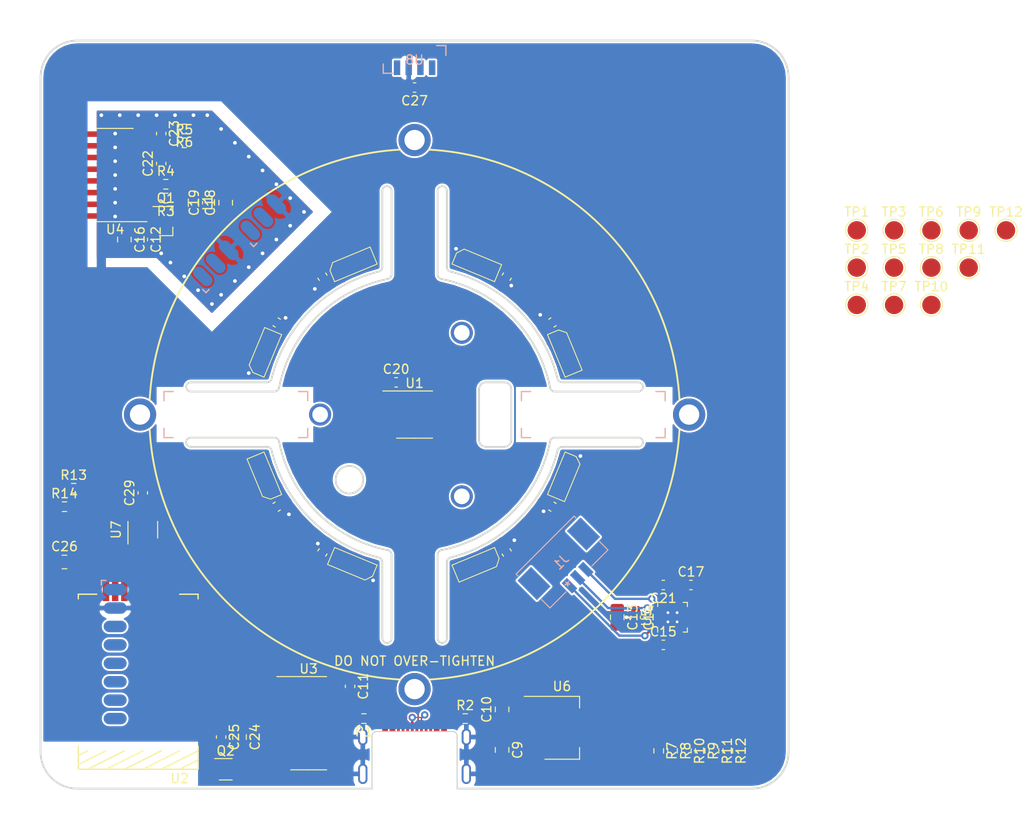
<source format=kicad_pcb>
(kicad_pcb (version 20171130) (host pcbnew 5.1.10-88a1d61d58~90~ubuntu20.04.1)
  (layers (0 F.Cu signal) (31 B.Cu signal) (34 B.Paste user) (35 F.Paste user) (36 B.SilkS user) (37 F.SilkS user) (38 B.Mask user) (39 F.Mask user) (44 Edge.Cuts user))
  (net 0 "")
  (net 1 GND)
  (net 2 +5V)
  (net 3 "Net-(D1-Pad3)")
  (net 4 "Net-(D2-Pad3)")
  (net 5 "Net-(D3-Pad3)")
  (net 6 "Net-(D4-Pad3)")
  (net 7 "Net-(D5-Pad3)")
  (net 8 "Net-(D6-Pad3)")
  (net 9 "Net-(D7-Pad3)")
  (net 10 /USB_CC1)
  (net 11 /USB_D-)
  (net 12 /USB_D+)
  (net 13 /USB_CC2)
  (net 14 +3V3)
  (net 15 "Net-(C15-Pad2)")
  (net 16 /STRAIN_E+)
  (net 17 "Net-(C21-Pad1)")
  (net 18 "Net-(C22-Pad2)")
  (net 19 "Net-(C23-Pad2)")
  (net 20 "Net-(C23-Pad1)")
  (net 21 "Net-(J1-Pad3)")
  (net 22 "Net-(J1-Pad2)")
  (net 23 "Net-(J1-Pad1)")
  (net 24 "Net-(L1-Pad1)")
  (net 25 "Net-(Q1-Pad1)")
  (net 26 "Net-(R3-Pad2)")
  (net 27 /STRAIN_S-)
  (net 28 /STRAIN_S+)
  (net 29 /RTS)
  (net 30 /DTR)
  (net 31 /ESP32_EN)
  (net 32 /ESP32_BOOT)
  (net 33 /USB_SERIAL_RXI)
  (net 34 /USB_SERIAL_TXO)
  (net 35 /LED_DATA_5V)
  (net 36 /LCD_CMD)
  (net 37 /LCD_CS)
  (net 38 /LCD_BACKLIGHT)
  (net 39 /LCD_DATA)
  (net 40 /LCD_SCK)
  (net 41 /LCD_RST)
  (net 42 /MAG_DO)
  (net 43 /MAG_CLK)
  (net 44 /MAG_CSN)
  (net 45 /STRAIN_DO)
  (net 46 /STRAIN_SCK)
  (net 47 /TMC_UH)
  (net 48 /TMC_VH)
  (net 49 /TMC_WH)
  (net 50 /TMC_UL)
  (net 51 /TMC_WL)
  (net 52 /TMC_VL)
  (net 53 /TMC_DIAG)
  (net 54 /LED_DATA_3V3)
  (net 55 /SDA)
  (net 56 /SCL)
  (module view_custom:ViewKeepouts3d (layer F.Cu) (at 0 0 180)
    (fp_text reference Z5 hide)
    (fp_text value dummy_keepouts)
  )
  (module Molex:532610371 (layer B.Cu) (at 16.816 18.584 45)
    (fp_text reference J1 (at 1.179454 -2.474874 45) (layer B.SilkS) (effects (justify mirror)))
    (fp_text value BLDC hide)
    (fp_text user * (at 0 0 45) (layer B.SilkS) (effects (justify mirror)))
    (pad "" smd rect (at 5.05 -2.899999 45) (size 2.1 2.999999) (layers B.Cu B.Paste B.Mask))
    (pad "" smd rect (at -2.55 -2.899999 45) (size 2.1 2.999999) (layers B.Cu B.Paste B.Mask))
    (pad 3 smd rect (at 2.5 0 45) (size 0.8 1.6) (layers B.Cu B.Paste B.Mask) (net 21 "Net-(J1-Pad3)"))
    (pad 2 smd rect (at 1.25 0 45) (size 0.8 1.6) (layers B.Cu B.Paste B.Mask) (net 22 "Net-(J1-Pad2)"))
    (pad 1 smd rect (at 0 0 45) (size 0.8 1.6) (layers B.Cu B.Paste B.Mask) (net 23 "Net-(J1-Pad1)"))
  )
  (module VEML7700:VEML7700-TOP (layer B.Cu) (at 0 -39 180)
    (fp_text reference U8 (at 0 -0.5) (layer B.SilkS) (effects (justify mirror)))
    (fp_text value VEML7700)
    (pad 4 smd rect (at 1.905 -1.35 180) (size 0.7 1.6) (layers B.Cu B.Paste B.Mask) (net 55 /SDA))
    (pad 3 smd rect (at 0.635 -1.35 180) (size 0.7 1.6) (layers B.Cu B.Paste B.Mask) (net 1 GND))
    (pad 2 smd rect (at -0.635 -1.35 180) (size 0.7 1.6) (layers B.Cu B.Paste B.Mask) (net 14 +3V3))
    (pad 1 smd rect (at -1.905 -1.35 180) (size 0.7 1.6) (layers B.Cu B.Paste B.Mask) (net 56 /SCL))
  )
  (module GCT_USB:USB4510 (layer F.Cu) (at 0 40.6)
    (fp_text reference J2)
    (fp_text value USB_C_Receptacle_USB2.0)
    (fp_arc (start 4.12 -5.7) (end 4.62 -5.7) (angle -90) (layer Edge.Cuts) (width 0.12))
    (fp_arc (start -4.12 -5.7) (end -4.12 -6.2) (angle -90) (layer Edge.Cuts) (width 0.12))
    (fp_line (start -4.62 0) (end -4.62 -5.7) (layer Edge.Cuts) (width 0.12))
    (fp_line (start -4.12 -6.2) (end 4.12 -6.2) (layer Edge.Cuts) (width 0.12))
    (fp_line (start 4.62 0) (end 4.62 -5.7) (layer Edge.Cuts) (width 0.12))
    (pad A12 smd rect (at 3.2 -6.75) (size 0.6 1.1) (layers F.Cu F.Paste F.Mask) (net 1 GND))
    (pad B1 smd rect (at 3.2 -6.75) (size 0.6 1.1) (layers F.Cu F.Paste F.Mask) (net 1 GND))
    (pad B4 smd rect (at 2.4 -6.75) (size 0.6 1.1) (layers F.Cu F.Paste F.Mask) (net 2 +5V))
    (pad A9 smd rect (at 2.4 -6.75) (size 0.6 1.1) (layers F.Cu F.Paste F.Mask) (net 2 +5V))
    (pad B5 smd rect (at 1.75 -6.75) (size 0.3 1.1) (layers F.Cu F.Paste F.Mask) (net 13 /USB_CC2))
    (pad A8 smd rect (at 1.25 -6.75) (size 0.3 1.1) (layers F.Cu F.Paste F.Mask))
    (pad B6 smd rect (at 0.75 -6.75) (size 0.3 1.1) (layers F.Cu F.Paste F.Mask) (net 12 /USB_D+))
    (pad A7 smd rect (at 0.25 -6.75) (size 0.3 1.1) (layers F.Cu F.Paste F.Mask) (net 11 /USB_D-))
    (pad A6 smd rect (at -0.25 -6.75) (size 0.3 1.1) (layers F.Cu F.Paste F.Mask) (net 12 /USB_D+))
    (pad B7 smd rect (at -0.75 -6.75) (size 0.3 1.1) (layers F.Cu F.Paste F.Mask) (net 11 /USB_D-))
    (pad A5 smd rect (at -1.25 -6.75) (size 0.3 1.1) (layers F.Cu F.Paste F.Mask) (net 10 /USB_CC1))
    (pad B8 smd rect (at -1.75 -6.75) (size 0.3 1.1) (layers F.Cu F.Paste F.Mask))
    (pad B9 smd rect (at -2.4 -6.75) (size 0.6 1.1) (layers F.Cu F.Paste F.Mask) (net 2 +5V))
    (pad B12 smd rect (at -3.2 -6.75) (size 0.6 1.1) (layers F.Cu F.Paste F.Mask) (net 1 GND))
    (pad A4 smd rect (at -2.4 -6.75) (size 0.6 1.1) (layers F.Cu F.Paste F.Mask) (net 2 +5V))
    (pad A1 smd rect (at -3.2 -6.75) (size 0.6 1.1) (layers F.Cu F.Paste F.Mask) (net 1 GND))
    (pad S1 thru_hole oval (at -5.62 -5.6) (size 1 1.8) (drill oval 0.6 1.4) (layers *.Cu *.Mask) (net 1 GND))
    (pad S1 thru_hole oval (at 5.62 -1.6) (size 1 2.2) (drill oval 0.6 1.8) (layers *.Cu *.Mask) (net 1 GND))
    (pad S1 thru_hole oval (at -5.62 -1.6) (size 1 2.2) (drill oval 0.6 1.8) (layers *.Cu *.Mask) (net 1 GND))
    (pad S1 thru_hole oval (at 5.62 -5.6) (size 1 1.8) (drill oval 0.6 1.4) (layers *.Cu *.Mask) (net 1 GND))
  )
  (module TestPoint:TestPoint_Pad_D2.0mm (layer F.Cu) (at 64.2 -20)
    (fp_text reference TP12 (at 0 -1.998) (layer F.SilkS))
    (fp_text value LED)
    (pad 1 smd circle (at 0 0) (size 2 2) (layers F.Cu F.Mask) (net 35 /LED_DATA_5V))
  )
  (module TestPoint:TestPoint_Pad_D2.0mm (layer F.Cu) (at 60.15 -15.95)
    (fp_text reference TP11 (at 0 -1.998) (layer F.SilkS))
    (fp_text value DO)
    (pad 1 smd circle (at 0 0) (size 2 2) (layers F.Cu F.Mask) (net 42 /MAG_DO))
  )
  (module TestPoint:TestPoint_Pad_D2.0mm (layer F.Cu) (at 56.1 -11.9)
    (fp_text reference TP10 (at 0 -1.998) (layer F.SilkS))
    (fp_text value CLK)
    (pad 1 smd circle (at 0 0) (size 2 2) (layers F.Cu F.Mask) (net 43 /MAG_CLK))
  )
  (module TestPoint:TestPoint_Pad_D2.0mm (layer F.Cu) (at 60.15 -20)
    (fp_text reference TP9 (at 0 -1.998) (layer F.SilkS))
    (fp_text value CSN)
    (pad 1 smd circle (at 0 0) (size 2 2) (layers F.Cu F.Mask) (net 44 /MAG_CSN))
  )
  (module TestPoint:TestPoint_Pad_D2.0mm (layer F.Cu) (at 56.1 -15.95)
    (fp_text reference TP8 (at 0 -1.998) (layer F.SilkS))
    (fp_text value W)
    (pad 1 smd circle (at 0 0) (size 2 2) (layers F.Cu F.Mask) (net 23 "Net-(J1-Pad1)"))
  )
  (module TestPoint:TestPoint_Pad_D2.0mm (layer F.Cu) (at 52.05 -11.9)
    (fp_text reference TP7 (at 0 -1.998) (layer F.SilkS))
    (fp_text value V)
    (pad 1 smd circle (at 0 0) (size 2 2) (layers F.Cu F.Mask) (net 22 "Net-(J1-Pad2)"))
  )
  (module TestPoint:TestPoint_Pad_D2.0mm (layer F.Cu) (at 56.1 -20)
    (fp_text reference TP6 (at 0 -1.998) (layer F.SilkS))
    (fp_text value U)
    (pad 1 smd circle (at 0 0) (size 2 2) (layers F.Cu F.Mask) (net 21 "Net-(J1-Pad3)"))
  )
  (module TestPoint:TestPoint_Pad_D2.0mm (layer F.Cu) (at 52.05 -15.95)
    (fp_text reference TP5 (at 0 -1.998) (layer F.SilkS))
    (fp_text value SCL)
    (pad 1 smd circle (at 0 0) (size 2 2) (layers F.Cu F.Mask) (net 56 /SCL))
  )
  (module TestPoint:TestPoint_Pad_D2.0mm (layer F.Cu) (at 48 -11.9)
    (fp_text reference TP4 (at 0 -1.998) (layer F.SilkS))
    (fp_text value SDA)
    (pad 1 smd circle (at 0 0) (size 2 2) (layers F.Cu F.Mask) (net 55 /SDA))
  )
  (module TestPoint:TestPoint_Pad_D2.0mm (layer F.Cu) (at 52.05 -20)
    (fp_text reference TP3 (at 0 -1.998) (layer F.SilkS))
    (fp_text value GND)
    (pad 1 smd circle (at 0 0) (size 2 2) (layers F.Cu F.Mask) (net 1 GND))
  )
  (module TestPoint:TestPoint_Pad_D2.0mm (layer F.Cu) (at 48 -15.95)
    (fp_text reference TP2 (at 0 -1.998) (layer F.SilkS))
    (fp_text value 3.3v)
    (pad 1 smd circle (at 0 0) (size 2 2) (layers F.Cu F.Mask) (net 14 +3V3))
  )
  (module TestPoint:TestPoint_Pad_D2.0mm (layer F.Cu) (at 48 -20)
    (fp_text reference TP1 (at 0 -1.998) (layer F.SilkS))
    (fp_text value 5V)
    (pad 1 smd circle (at 0 0) (size 2 2) (layers F.Cu F.Mask) (net 2 +5V))
  )
  (module view_custom:SolderPads_2mm_3 (layer B.Cu) (at -23 -15 45)
    (fp_text reference J5 hide)
    (fp_text value Strain)
    (pad 3 smd oval (at 4 0 45) (size 1.25 2.5) (layers B.Cu B.Mask) (net 1 GND))
    (pad 2 smd oval (at 2 0 45) (size 1.25 2.5) (layers B.Cu B.Mask) (net 27 /STRAIN_S-))
    (pad 1 smd oval (at 0 0 45) (size 1.25 2.5) (layers B.Cu B.Mask) (net 16 /STRAIN_E+))
  )
  (module view_custom:SolderPads_2mm_3 (layer B.Cu) (at -17.828427 -20 45)
    (fp_text reference J4 hide)
    (fp_text value Strain)
    (pad 3 smd oval (at 4 0 45) (size 1.25 2.5) (layers B.Cu B.Mask) (net 1 GND))
    (pad 2 smd oval (at 2 0 45) (size 1.25 2.5) (layers B.Cu B.Mask) (net 28 /STRAIN_S+))
    (pad 1 smd oval (at 0 0 45) (size 1.25 2.5) (layers B.Cu B.Mask) (net 16 /STRAIN_E+))
  )
  (module view_custom:SolderPads_2mm_8 (layer B.Cu) (at -32.5 19 270)
    (fp_text reference J3 hide)
    (fp_text value LCD)
    (pad 8 smd oval (at 14 0 270) (size 1.25 2.5) (layers B.Cu B.Mask) (net 36 /LCD_CMD))
    (pad 7 smd oval (at 12 0 270) (size 1.25 2.5) (layers B.Cu B.Mask) (net 37 /LCD_CS))
    (pad 6 smd oval (at 10 0 270) (size 1.25 2.5) (layers B.Cu B.Mask) (net 38 /LCD_BACKLIGHT))
    (pad 5 smd oval (at 8 0 270) (size 1.25 2.5) (layers B.Cu B.Mask) (net 39 /LCD_DATA))
    (pad 4 smd oval (at 6 0 270) (size 1.25 2.5) (layers B.Cu B.Mask) (net 40 /LCD_SCK))
    (pad 3 smd oval (at 4 0 270) (size 1.25 2.5) (layers B.Cu B.Mask) (net 41 /LCD_RST))
    (pad 2 smd oval (at 2 0 270) (size 1.25 2.5) (layers B.Cu B.Mask) (net 1 GND))
    (pad 1 smd oval (at 0 0 270) (size 1.25 2.5) (layers B.Cu B.Mask) (net 14 +3V3))
  )
  (module Resistor_SMD:R_0603_1608Metric (layer F.Cu) (at -38 10)
    (fp_text reference R14 (at 0 -1.43) (layer F.SilkS))
    (fp_text value 2.2k)
    (pad 2 smd roundrect (at 0.825 0) (size 0.8 0.95) (layers F.Cu F.Paste F.Mask) (net 56 /SCL))
    (pad 1 smd roundrect (at -0.825 0) (size 0.8 0.95) (layers F.Cu F.Paste F.Mask) (net 14 +3V3))
  )
  (module Resistor_SMD:R_0603_1608Metric (layer F.Cu) (at -37 8)
    (fp_text reference R13 (at 0 -1.43) (layer F.SilkS))
    (fp_text value 2.2k)
    (pad 2 smd roundrect (at 0.825 0) (size 0.8 0.95) (layers F.Cu F.Paste F.Mask) (net 55 /SDA))
    (pad 1 smd roundrect (at -0.825 0) (size 0.8 0.95) (layers F.Cu F.Paste F.Mask) (net 14 +3V3))
  )
  (module Capacitor_SMD:C_0603_1608Metric (layer F.Cu) (at 0 -35.5 180)
    (fp_text reference C27 (at 0 -1.43) (layer F.SilkS))
    (fp_text value 0.1uF)
    (pad 2 smd roundrect (at 0.775 0 180) (size 0.9 0.95) (layers F.Cu F.Paste F.Mask) (net 1 GND))
    (pad 1 smd roundrect (at -0.775 0 180) (size 0.9 0.95) (layers F.Cu F.Paste F.Mask) (net 14 +3V3))
  )
  (module Capacitor_SMD:C_0603_1608Metric (layer F.Cu) (at -14.967 -10 326.2)
    (fp_text reference C8 hide)
    (fp_text value 0.1uF)
    (pad 1 smd roundrect (at -0.775 0 326.2) (size 0.9 0.95) (layers F.Cu F.Paste F.Mask) (net 2 +5V))
    (pad 2 smd roundrect (at 0.775 0 326.2) (size 0.9 0.95) (layers F.Cu F.Paste F.Mask) (net 1 GND))
  )
  (module sk6812:SK6812-SIDE-A (layer F.Cu) (at -15.248051 -8.264664 247.5)
    (fp_text reference D8 hide)
    (fp_text value SK6812SIDE-A)
    (pad 1 smd custom (at 0 0 247.5) (size 1 0.55) (layers F.Cu F.Paste F.Mask) (net 9 "Net-(D7-Pad3)") (options (clearance outline) (anchor rect)) (primitives (gr_poly (pts (xy -0.05 -0.525) (xy 0.5 -0.525) (xy 0.5 0.675) (xy -0.05 0.675)) (width 0))))
    (pad 2 smd rect (at 1.35 0 247.5) (size 0.7 1.2) (drill (offset 0 0.075)) (layers F.Cu F.Paste F.Mask) (net 2 +5V))
    (pad 3 smd rect (at 2.375 0 247.5) (size 0.45 1.2) (drill (offset 0 0.075)) (layers F.Cu F.Paste F.Mask))
    (pad 4 smd custom (at 3.6 0 247.5) (size 1 0.55) (layers F.Cu F.Paste F.Mask) (net 1 GND) (options (clearance outline) (anchor rect)) (primitives (gr_poly (pts (xy 0.05 -0.525) (xy -0.5 -0.525) (xy -0.5 0.675) (xy 0.05 0.675)) (width 0))))
  )
  (module sk6812:SK6812-SIDE-A (layer F.Cu) (at -4.938 -16.626 202.5)
    (fp_text reference D7 hide)
    (fp_text value SK6812SIDE-A)
    (pad 1 smd custom (at 0 0 202.5) (size 1 0.55) (layers F.Cu F.Paste F.Mask) (net 8 "Net-(D6-Pad3)") (options (clearance outline) (anchor rect)) (primitives (gr_poly (pts (xy -0.05 -0.525) (xy 0.5 -0.525) (xy 0.5 0.675) (xy -0.05 0.675)) (width 0))))
    (pad 2 smd rect (at 1.35 0 202.5) (size 0.7 1.2) (drill (offset 0 0.075)) (layers F.Cu F.Paste F.Mask) (net 2 +5V))
    (pad 3 smd rect (at 2.375 0 202.5) (size 0.45 1.2) (drill (offset 0 0.075)) (layers F.Cu F.Paste F.Mask) (net 9 "Net-(D7-Pad3)"))
    (pad 4 smd custom (at 3.6 0 202.5) (size 1 0.55) (layers F.Cu F.Paste F.Mask) (net 1 GND) (options (clearance outline) (anchor rect)) (primitives (gr_poly (pts (xy 0.05 -0.525) (xy -0.5 -0.525) (xy -0.5 0.675) (xy 0.05 0.675)) (width 0))))
  )
  (module Capacitor_SMD:C_0603_1608Metric (layer F.Cu) (at -10 -14.967 303.7)
    (fp_text reference C7 hide)
    (fp_text value 0.1uF)
    (pad 1 smd roundrect (at -0.775 0 303.7) (size 0.9 0.95) (layers F.Cu F.Paste F.Mask) (net 2 +5V))
    (pad 2 smd roundrect (at 0.775 0 303.7) (size 0.9 0.95) (layers F.Cu F.Paste F.Mask) (net 1 GND))
  )
  (module Capacitor_SMD:C_0603_1608Metric (layer F.Cu) (at 10 -14.967 236.2)
    (fp_text reference C6 hide)
    (fp_text value 0.1uF)
    (pad 1 smd roundrect (at -0.775 0 236.2) (size 0.9 0.95) (layers F.Cu F.Paste F.Mask) (net 2 +5V))
    (pad 2 smd roundrect (at 0.775 0 236.2) (size 0.9 0.95) (layers F.Cu F.Paste F.Mask) (net 1 GND))
  )
  (module sk6812:SK6812-SIDE-A (layer F.Cu) (at 8.264664 -15.248051 157.5)
    (fp_text reference D6 hide)
    (fp_text value SK6812SIDE-A)
    (pad 1 smd custom (at 0 0 157.5) (size 1 0.55) (layers F.Cu F.Paste F.Mask) (net 7 "Net-(D5-Pad3)") (options (clearance outline) (anchor rect)) (primitives (gr_poly (pts (xy -0.05 -0.525) (xy 0.5 -0.525) (xy 0.5 0.675) (xy -0.05 0.675)) (width 0))))
    (pad 2 smd rect (at 1.35 0 157.5) (size 0.7 1.2) (drill (offset 0 0.075)) (layers F.Cu F.Paste F.Mask) (net 2 +5V))
    (pad 3 smd rect (at 2.375 0 157.5) (size 0.45 1.2) (drill (offset 0 0.075)) (layers F.Cu F.Paste F.Mask) (net 8 "Net-(D6-Pad3)"))
    (pad 4 smd custom (at 3.6 0 157.5) (size 1 0.55) (layers F.Cu F.Paste F.Mask) (net 1 GND) (options (clearance outline) (anchor rect)) (primitives (gr_poly (pts (xy 0.05 -0.525) (xy -0.5 -0.525) (xy -0.5 0.675) (xy 0.05 0.675)) (width 0))))
  )
  (module sk6812:SK6812-SIDE-A (layer F.Cu) (at 16.626 -4.938 112.5)
    (fp_text reference D5 hide)
    (fp_text value SK6812SIDE-A)
    (pad 1 smd custom (at 0 0 112.5) (size 1 0.55) (layers F.Cu F.Paste F.Mask) (net 6 "Net-(D4-Pad3)") (options (clearance outline) (anchor rect)) (primitives (gr_poly (pts (xy -0.05 -0.525) (xy 0.5 -0.525) (xy 0.5 0.675) (xy -0.05 0.675)) (width 0))))
    (pad 2 smd rect (at 1.35 0 112.5) (size 0.7 1.2) (drill (offset 0 0.075)) (layers F.Cu F.Paste F.Mask) (net 2 +5V))
    (pad 3 smd rect (at 2.375 0 112.5) (size 0.45 1.2) (drill (offset 0 0.075)) (layers F.Cu F.Paste F.Mask) (net 7 "Net-(D5-Pad3)"))
    (pad 4 smd custom (at 3.6 0 112.5) (size 1 0.55) (layers F.Cu F.Paste F.Mask) (net 1 GND) (options (clearance outline) (anchor rect)) (primitives (gr_poly (pts (xy 0.05 -0.525) (xy -0.5 -0.525) (xy -0.5 0.675) (xy 0.05 0.675)) (width 0))))
  )
  (module Capacitor_SMD:C_0603_1608Metric (layer F.Cu) (at 14.967 -10 213.7)
    (fp_text reference C5 hide)
    (fp_text value 0.1uF)
    (pad 1 smd roundrect (at -0.775 0 213.7) (size 0.9 0.95) (layers F.Cu F.Paste F.Mask) (net 2 +5V))
    (pad 2 smd roundrect (at 0.775 0 213.7) (size 0.9 0.95) (layers F.Cu F.Paste F.Mask) (net 1 GND))
  )
  (module Capacitor_SMD:C_0603_1608Metric (layer F.Cu) (at 14.967 10 146.2)
    (fp_text reference C4 hide)
    (fp_text value 0.1uF)
    (pad 1 smd roundrect (at -0.775 0 146.2) (size 0.9 0.95) (layers F.Cu F.Paste F.Mask) (net 2 +5V))
    (pad 2 smd roundrect (at 0.775 0 146.2) (size 0.9 0.95) (layers F.Cu F.Paste F.Mask) (net 1 GND))
  )
  (module sk6812:SK6812-SIDE-A (layer F.Cu) (at 15.248051 8.264664 67.5)
    (fp_text reference D4 hide)
    (fp_text value SK6812SIDE-A)
    (pad 1 smd custom (at 0 0 67.5) (size 1 0.55) (layers F.Cu F.Paste F.Mask) (net 5 "Net-(D3-Pad3)") (options (clearance outline) (anchor rect)) (primitives (gr_poly (pts (xy -0.05 -0.525) (xy 0.5 -0.525) (xy 0.5 0.675) (xy -0.05 0.675)) (width 0))))
    (pad 2 smd rect (at 1.35 0 67.5) (size 0.7 1.2) (drill (offset 0 0.075)) (layers F.Cu F.Paste F.Mask) (net 2 +5V))
    (pad 3 smd rect (at 2.375 0 67.5) (size 0.45 1.2) (drill (offset 0 0.075)) (layers F.Cu F.Paste F.Mask) (net 6 "Net-(D4-Pad3)"))
    (pad 4 smd custom (at 3.6 0 67.5) (size 1 0.55) (layers F.Cu F.Paste F.Mask) (net 1 GND) (options (clearance outline) (anchor rect)) (primitives (gr_poly (pts (xy 0.05 -0.525) (xy -0.5 -0.525) (xy -0.5 0.675) (xy 0.05 0.675)) (width 0))))
  )
  (module sk6812:SK6812-SIDE-A (layer F.Cu) (at 4.938 16.626 22.5)
    (fp_text reference D3 hide)
    (fp_text value SK6812SIDE-A)
    (pad 1 smd custom (at 0 0 22.5) (size 1 0.55) (layers F.Cu F.Paste F.Mask) (net 4 "Net-(D2-Pad3)") (options (clearance outline) (anchor rect)) (primitives (gr_poly (pts (xy -0.05 -0.525) (xy 0.5 -0.525) (xy 0.5 0.675) (xy -0.05 0.675)) (width 0))))
    (pad 2 smd rect (at 1.35 0 22.5) (size 0.7 1.2) (drill (offset 0 0.075)) (layers F.Cu F.Paste F.Mask) (net 2 +5V))
    (pad 3 smd rect (at 2.375 0 22.5) (size 0.45 1.2) (drill (offset 0 0.075)) (layers F.Cu F.Paste F.Mask) (net 5 "Net-(D3-Pad3)"))
    (pad 4 smd custom (at 3.6 0 22.5) (size 1 0.55) (layers F.Cu F.Paste F.Mask) (net 1 GND) (options (clearance outline) (anchor rect)) (primitives (gr_poly (pts (xy 0.05 -0.525) (xy -0.5 -0.525) (xy -0.5 0.675) (xy 0.05 0.675)) (width 0))))
  )
  (module Capacitor_SMD:C_0603_1608Metric (layer F.Cu) (at 10 14.967 123.7)
    (fp_text reference C3 hide)
    (fp_text value 0.1uF)
    (pad 1 smd roundrect (at -0.775 0 123.7) (size 0.9 0.95) (layers F.Cu F.Paste F.Mask) (net 2 +5V))
    (pad 2 smd roundrect (at 0.775 0 123.7) (size 0.9 0.95) (layers F.Cu F.Paste F.Mask) (net 1 GND))
  )
  (module Resistor_SMD:R_0603_1608Metric (layer F.Cu) (at 34 36.5 270)
    (fp_text reference R12 (at 0 -1.43 90) (layer F.SilkS))
    (fp_text value 100k)
    (pad 2 smd roundrect (at 0.825 0 270) (size 0.8 0.95) (layers F.Cu F.Paste F.Mask) (net 1 GND))
    (pad 1 smd roundrect (at -0.825 0 270) (size 0.8 0.95) (layers F.Cu F.Paste F.Mask) (net 51 /TMC_WL))
  )
  (module Resistor_SMD:R_0603_1608Metric (layer F.Cu) (at 32.5 36.5 270)
    (fp_text reference R11 (at 0 -1.43 90) (layer F.SilkS))
    (fp_text value 100k)
    (pad 2 smd roundrect (at 0.825 0 270) (size 0.8 0.95) (layers F.Cu F.Paste F.Mask) (net 1 GND))
    (pad 1 smd roundrect (at -0.825 0 270) (size 0.8 0.95) (layers F.Cu F.Paste F.Mask) (net 49 /TMC_WH))
  )
  (module Resistor_SMD:R_0603_1608Metric (layer F.Cu) (at 29.5 36.5 270)
    (fp_text reference R10 (at 0 -1.43 90) (layer F.SilkS))
    (fp_text value 100k)
    (pad 2 smd roundrect (at 0.825 0 270) (size 0.8 0.95) (layers F.Cu F.Paste F.Mask) (net 1 GND))
    (pad 1 smd roundrect (at -0.825 0 270) (size 0.8 0.95) (layers F.Cu F.Paste F.Mask) (net 52 /TMC_VL))
  )
  (module Resistor_SMD:R_0603_1608Metric (layer F.Cu) (at 31 36.5 270)
    (fp_text reference R9 (at 0 -1.43 90) (layer F.SilkS))
    (fp_text value 100k)
    (pad 2 smd roundrect (at 0.825 0 270) (size 0.8 0.95) (layers F.Cu F.Paste F.Mask) (net 1 GND))
    (pad 1 smd roundrect (at -0.825 0 270) (size 0.8 0.95) (layers F.Cu F.Paste F.Mask) (net 48 /TMC_VH))
  )
  (module Resistor_SMD:R_0603_1608Metric (layer F.Cu) (at 28 36.5 270)
    (fp_text reference R8 (at 0 -1.43 90) (layer F.SilkS))
    (fp_text value 100k)
    (pad 2 smd roundrect (at 0.825 0 270) (size 0.8 0.95) (layers F.Cu F.Paste F.Mask) (net 1 GND))
    (pad 1 smd roundrect (at -0.825 0 270) (size 0.8 0.95) (layers F.Cu F.Paste F.Mask) (net 50 /TMC_UL))
  )
  (module Resistor_SMD:R_0603_1608Metric (layer F.Cu) (at 26.5 36.5 270)
    (fp_text reference R7 (at 0 -1.43 90) (layer F.SilkS))
    (fp_text value 100k)
    (pad 2 smd roundrect (at 0.825 0 270) (size 0.8 0.95) (layers F.Cu F.Paste F.Mask) (net 1 GND))
    (pad 1 smd roundrect (at -0.825 0 270) (size 0.8 0.95) (layers F.Cu F.Paste F.Mask) (net 47 /TMC_UH))
  )
  (module Capacitor_SMD:C_0603_1608Metric (layer F.Cu) (at -29.5 -19 270)
    (fp_text reference C12 (at 0 -1.43 90) (layer F.SilkS))
    (fp_text value 0.1uF)
    (pad 2 smd roundrect (at 0.775 0 270) (size 0.9 0.95) (layers F.Cu F.Paste F.Mask) (net 1 GND))
    (pad 1 smd roundrect (at -0.775 0 270) (size 0.9 0.95) (layers F.Cu F.Paste F.Mask) (net 14 +3V3))
  )
  (module sk6812:SK6812-SIDE-A (layer F.Cu) (at -8.264664 15.248051 337.5)
    (fp_text reference D2 hide)
    (fp_text value SK6812SIDE-A)
    (pad 4 smd custom (at 3.6 0 337.5) (size 1 0.55) (layers F.Cu F.Paste F.Mask) (net 1 GND) (options (clearance outline) (anchor rect)) (primitives (gr_poly (pts (xy 0.05 -0.525) (xy -0.5 -0.525) (xy -0.5 0.675) (xy 0.05 0.675)) (width 0))))
    (pad 3 smd rect (at 2.375 0 337.5) (size 0.45 1.2) (drill (offset 0 0.075)) (layers F.Cu F.Paste F.Mask) (net 4 "Net-(D2-Pad3)"))
    (pad 2 smd rect (at 1.35 0 337.5) (size 0.7 1.2) (drill (offset 0 0.075)) (layers F.Cu F.Paste F.Mask) (net 2 +5V))
    (pad 1 smd custom (at 0 0 337.5) (size 1 0.55) (layers F.Cu F.Paste F.Mask) (net 3 "Net-(D1-Pad3)") (options (clearance outline) (anchor rect)) (primitives (gr_poly (pts (xy -0.05 -0.525) (xy 0.5 -0.525) (xy 0.5 0.675) (xy -0.05 0.675)) (width 0))))
  )
  (module sk6812:SK6812-SIDE-A (layer F.Cu) (at -16.626 4.938 292.5)
    (fp_text reference D1 hide)
    (fp_text value SK6812SIDE-A)
    (pad 4 smd custom (at 3.6 0 292.5) (size 1 0.55) (layers F.Cu F.Paste F.Mask) (net 1 GND) (options (clearance outline) (anchor rect)) (primitives (gr_poly (pts (xy 0.05 -0.525) (xy -0.5 -0.525) (xy -0.5 0.675) (xy 0.05 0.675)) (width 0))))
    (pad 3 smd rect (at 2.375 0 292.5) (size 0.45 1.2) (drill (offset 0 0.075)) (layers F.Cu F.Paste F.Mask) (net 3 "Net-(D1-Pad3)"))
    (pad 2 smd rect (at 1.35 0 292.5) (size 0.7 1.2) (drill (offset 0 0.075)) (layers F.Cu F.Paste F.Mask) (net 2 +5V))
    (pad 1 smd custom (at 0 0 292.5) (size 1 0.55) (layers F.Cu F.Paste F.Mask) (net 35 /LED_DATA_5V) (options (clearance outline) (anchor rect)) (primitives (gr_poly (pts (xy -0.05 -0.525) (xy 0.5 -0.525) (xy 0.5 0.675) (xy -0.05 0.675)) (width 0))))
  )
  (module Package_TO_SOT_SMD:SOT-23-5 (layer F.Cu) (at -29.5 12.5 90)
    (fp_text reference U7 (at 0 -2.9 90) (layer F.SilkS))
    (fp_text value SN74LV1T34DBV)
    (pad 5 smd rect (at 1.1 -0.95 90) (size 1.06 0.65) (layers F.Cu F.Paste F.Mask) (net 2 +5V))
    (pad 4 smd rect (at 1.1 0.95 90) (size 1.06 0.65) (layers F.Cu F.Paste F.Mask) (net 35 /LED_DATA_5V))
    (pad 3 smd rect (at -1.1 0.95 90) (size 1.06 0.65) (layers F.Cu F.Paste F.Mask) (net 1 GND))
    (pad 2 smd rect (at -1.1 0 90) (size 1.06 0.65) (layers F.Cu F.Paste F.Mask) (net 54 /LED_DATA_3V3))
    (pad 1 smd rect (at -1.1 -0.95 90) (size 1.06 0.65) (layers F.Cu F.Paste F.Mask))
  )
  (module Capacitor_SMD:C_0603_1608Metric (layer F.Cu) (at -29.5 8.5 90)
    (fp_text reference C29 (at 0 -1.43 90) (layer F.SilkS))
    (fp_text value 0.1uF)
    (pad 2 smd roundrect (at 0.775 0 90) (size 0.9 0.95) (layers F.Cu F.Paste F.Mask) (net 1 GND))
    (pad 1 smd roundrect (at -0.775 0 90) (size 0.9 0.95) (layers F.Cu F.Paste F.Mask) (net 2 +5V))
  )
  (module strain:BF350-3AA (layer B.Cu) (at -23.2 0 270)
    (fp_text reference Z4)
    (fp_text value strain)
  )
  (module strain:BF350-3AA (layer B.Cu) (at -15.6 0 90)
    (fp_text reference Z3)
    (fp_text value strain)
  )
  (module strain:BF350-3AA (layer B.Cu) (at 23.2 0 90)
    (fp_text reference Z2)
    (fp_text value strain)
  )
  (module strain:BF350-3AA (layer B.Cu) (at 15.6 0 270)
    (fp_text reference Z1)
    (fp_text value strain)
  )
  (module Package_TO_SOT_SMD:SOT-363_SC-70-6 (layer F.Cu) (at -20.5 38.5)
    (fp_text reference Q2 (at 0 -2) (layer F.SilkS))
    (fp_text value UMH3N)
    (pad 6 smd rect (at 0.95 -0.65) (size 0.65 0.4) (layers F.Cu F.Paste F.Mask) (net 31 /ESP32_EN))
    (pad 4 smd rect (at 0.95 0.65) (size 0.65 0.4) (layers F.Cu F.Paste F.Mask) (net 30 /DTR))
    (pad 2 smd rect (at -0.95 0) (size 0.65 0.4) (layers F.Cu F.Paste F.Mask) (net 30 /DTR))
    (pad 5 smd rect (at 0.95 0) (size 0.65 0.4) (layers F.Cu F.Paste F.Mask) (net 29 /RTS))
    (pad 3 smd rect (at -0.95 0.65) (size 0.65 0.4) (layers F.Cu F.Paste F.Mask) (net 32 /ESP32_BOOT))
    (pad 1 smd rect (at -0.95 -0.65) (size 0.65 0.4) (layers F.Cu F.Paste F.Mask) (net 29 /RTS))
  )
  (module Capacitor_SMD:C_0805_2012Metric (layer F.Cu) (at -38 16)
    (fp_text reference C26 (at 0 -1.68) (layer F.SilkS))
    (fp_text value 10uF)
    (pad 2 smd roundrect (at 0.95 0) (size 1 1.45) (layers F.Cu F.Paste F.Mask) (net 1 GND))
    (pad 1 smd roundrect (at -0.95 0) (size 1 1.45) (layers F.Cu F.Paste F.Mask) (net 14 +3V3))
  )
  (module Capacitor_SMD:C_0603_1608Metric (layer F.Cu) (at -21 35 270)
    (fp_text reference C25 (at 0 -1.43 90) (layer F.SilkS))
    (fp_text value 0.1uF)
    (pad 2 smd roundrect (at 0.775 0 270) (size 0.9 0.95) (layers F.Cu F.Paste F.Mask) (net 1 GND))
    (pad 1 smd roundrect (at -0.775 0 270) (size 0.9 0.95) (layers F.Cu F.Paste F.Mask) (net 14 +3V3))
  )
  (module Capacitor_SMD:C_0805_2012Metric (layer F.Cu) (at -19 35 270)
    (fp_text reference C24 (at 0 -1.68 90) (layer F.SilkS))
    (fp_text value 10uF)
    (pad 2 smd roundrect (at 0.95 0 270) (size 1 1.45) (layers F.Cu F.Paste F.Mask) (net 1 GND))
    (pad 1 smd roundrect (at -0.95 0 270) (size 1 1.45) (layers F.Cu F.Paste F.Mask) (net 14 +3V3))
  )
  (module Package_TO_SOT_SMD:SOT-223-3_TabPin2 (layer F.Cu) (at 16 34)
    (fp_text reference U6 (at 0 -4.5) (layer F.SilkS))
    (fp_text value AP1117-33)
    (pad 1 smd rect (at -3.15 -2.3) (size 2 1.5) (layers F.Cu F.Paste F.Mask) (net 1 GND))
    (pad 3 smd rect (at -3.15 2.3) (size 2 1.5) (layers F.Cu F.Paste F.Mask) (net 2 +5V))
    (pad 2 smd rect (at -3.15 0) (size 2 1.5) (layers F.Cu F.Paste F.Mask) (net 14 +3V3))
    (pad 2 smd rect (at 3.15 0) (size 2 3.8) (layers F.Cu F.Paste F.Mask) (net 14 +3V3))
  )
  (module Resistor_SMD:R_0603_1608Metric (layer F.Cu) (at -25 -31 180)
    (fp_text reference R6 (at 0 -1.43) (layer F.SilkS))
    (fp_text value 100)
    (pad 2 smd roundrect (at 0.825 0 180) (size 0.8 0.95) (layers F.Cu F.Paste F.Mask) (net 20 "Net-(C23-Pad1)"))
    (pad 1 smd roundrect (at -0.825 0 180) (size 0.8 0.95) (layers F.Cu F.Paste F.Mask) (net 28 /STRAIN_S+))
  )
  (module Resistor_SMD:R_0603_1608Metric (layer F.Cu) (at -25 -29.5)
    (fp_text reference R5 (at 0 -1.43) (layer F.SilkS))
    (fp_text value 100)
    (pad 2 smd roundrect (at 0.825 0) (size 0.8 0.95) (layers F.Cu F.Paste F.Mask) (net 27 /STRAIN_S-))
    (pad 1 smd roundrect (at -0.825 0) (size 0.8 0.95) (layers F.Cu F.Paste F.Mask) (net 19 "Net-(C23-Pad2)"))
  )
  (module Resistor_SMD:R_0603_1608Metric (layer F.Cu) (at -27 -25)
    (fp_text reference R4 (at 0 -1.43) (layer F.SilkS))
    (fp_text value 8.2k)
    (pad 2 smd roundrect (at 0.825 0) (size 0.8 0.95) (layers F.Cu F.Paste F.Mask) (net 1 GND))
    (pad 1 smd roundrect (at -0.825 0) (size 0.8 0.95) (layers F.Cu F.Paste F.Mask) (net 26 "Net-(R3-Pad2)"))
  )
  (module Resistor_SMD:R_0603_1608Metric (layer F.Cu) (at -27 -23.5 180)
    (fp_text reference R3 (at 0 -1.43) (layer F.SilkS))
    (fp_text value 20k)
    (pad 2 smd roundrect (at 0.825 0 180) (size 0.8 0.95) (layers F.Cu F.Paste F.Mask) (net 26 "Net-(R3-Pad2)"))
    (pad 1 smd roundrect (at -0.825 0 180) (size 0.8 0.95) (layers F.Cu F.Paste F.Mask) (net 24 "Net-(L1-Pad1)"))
  )
  (module Package_TO_SOT_SMD:SOT-23 (layer F.Cu) (at -27 -21)
    (fp_text reference Q1 (at 0 -2.5) (layer F.SilkS))
    (fp_text value MMBT4403)
    (pad 3 smd rect (at 1 0) (size 0.9 0.8) (layers F.Cu F.Paste F.Mask) (net 24 "Net-(L1-Pad1)"))
    (pad 2 smd rect (at -1 0.95) (size 0.9 0.8) (layers F.Cu F.Paste F.Mask) (net 14 +3V3))
    (pad 1 smd rect (at -1 -0.95) (size 0.9 0.8) (layers F.Cu F.Paste F.Mask) (net 25 "Net-(Q1-Pad1)"))
  )
  (module Inductor_SMD:L_0805_2012Metric (layer F.Cu) (at -24 -23 270)
    (fp_text reference L1 (at 0 -1.55 90) (layer F.SilkS))
    (fp_text value 3.3uH)
    (pad 2 smd roundrect (at 1.0625 0 270) (size 0.875 1.2) (layers F.Cu F.Paste F.Mask) (net 16 /STRAIN_E+))
    (pad 1 smd roundrect (at -1.0625 0 270) (size 0.875 1.2) (layers F.Cu F.Paste F.Mask) (net 24 "Net-(L1-Pad1)"))
  )
  (module Capacitor_SMD:C_0603_1608Metric (layer F.Cu) (at -27.5 -30.5 270)
    (fp_text reference C23 (at 0 -1.43 90) (layer F.SilkS))
    (fp_text value 0.1uF)
    (pad 2 smd roundrect (at 0.775 0 270) (size 0.9 0.95) (layers F.Cu F.Paste F.Mask) (net 19 "Net-(C23-Pad2)"))
    (pad 1 smd roundrect (at -0.775 0 270) (size 0.9 0.95) (layers F.Cu F.Paste F.Mask) (net 20 "Net-(C23-Pad1)"))
  )
  (module Capacitor_SMD:C_0603_1608Metric (layer F.Cu) (at -27.5 -27.25 90)
    (fp_text reference C22 (at 0 -1.43 90) (layer F.SilkS))
    (fp_text value 0.1uF)
    (pad 2 smd roundrect (at 0.775 0 90) (size 0.9 0.95) (layers F.Cu F.Paste F.Mask) (net 18 "Net-(C22-Pad2)"))
    (pad 1 smd roundrect (at -0.775 0 90) (size 0.9 0.95) (layers F.Cu F.Paste F.Mask) (net 1 GND))
  )
  (module Capacitor_SMD:C_0603_1608Metric (layer F.Cu) (at 27 18.5 180)
    (fp_text reference C21 (at 0 -1.43) (layer F.SilkS))
    (fp_text value 0.1uF)
    (pad 2 smd roundrect (at 0.775 0 180) (size 0.9 0.95) (layers F.Cu F.Paste F.Mask) (net 1 GND))
    (pad 1 smd roundrect (at -0.775 0 180) (size 0.9 0.95) (layers F.Cu F.Paste F.Mask) (net 17 "Net-(C21-Pad1)"))
  )
  (module Capacitor_SMD:C_0603_1608Metric (layer F.Cu) (at -2 -3.5)
    (fp_text reference C20 (at 0 -1.43) (layer F.SilkS))
    (fp_text value 0.1uF)
    (pad 2 smd roundrect (at 0.775 0) (size 0.9 0.95) (layers F.Cu F.Paste F.Mask) (net 1 GND))
    (pad 1 smd roundrect (at -0.775 0) (size 0.9 0.95) (layers F.Cu F.Paste F.Mask) (net 14 +3V3))
  )
  (module Capacitor_SMD:C_0603_1608Metric (layer F.Cu) (at -22.5 -23 90)
    (fp_text reference C19 (at 0 -1.43 90) (layer F.SilkS))
    (fp_text value 0.1uF)
    (pad 2 smd roundrect (at 0.775 0 90) (size 0.9 0.95) (layers F.Cu F.Paste F.Mask) (net 1 GND))
    (pad 1 smd roundrect (at -0.775 0 90) (size 0.9 0.95) (layers F.Cu F.Paste F.Mask) (net 16 /STRAIN_E+))
  )
  (module Capacitor_SMD:C_0805_2012Metric (layer F.Cu) (at -20.5 -23 90)
    (fp_text reference C18 (at 0 -1.68 90) (layer F.SilkS))
    (fp_text value 10uF)
    (pad 2 smd roundrect (at 0.95 0 90) (size 1 1.45) (layers F.Cu F.Paste F.Mask) (net 1 GND))
    (pad 1 smd roundrect (at -0.95 0 90) (size 1 1.45) (layers F.Cu F.Paste F.Mask) (net 16 /STRAIN_E+))
  )
  (module Capacitor_SMD:C_0603_1608Metric (layer F.Cu) (at 30 18.5)
    (fp_text reference C17 (at 0 -1.43) (layer F.SilkS))
    (fp_text value 0.1uF)
    (pad 2 smd roundrect (at 0.775 0) (size 0.9 0.95) (layers F.Cu F.Paste F.Mask) (net 1 GND))
    (pad 1 smd roundrect (at -0.775 0) (size 0.9 0.95) (layers F.Cu F.Paste F.Mask) (net 14 +3V3))
  )
  (module Capacitor_SMD:C_0805_2012Metric (layer F.Cu) (at -31.5 -19 270)
    (fp_text reference C16 (at 0 -1.68 90) (layer F.SilkS))
    (fp_text value 10uF)
    (pad 2 smd roundrect (at 0.95 0 270) (size 1 1.45) (layers F.Cu F.Paste F.Mask) (net 1 GND))
    (pad 1 smd roundrect (at -0.95 0 270) (size 1 1.45) (layers F.Cu F.Paste F.Mask) (net 14 +3V3))
  )
  (module Capacitor_SMD:C_0603_1608Metric (layer F.Cu) (at 27 25)
    (fp_text reference C15 (at 0 -1.43) (layer F.SilkS))
    (fp_text value 0.1uF)
    (pad 2 smd roundrect (at 0.775 0) (size 0.9 0.95) (layers F.Cu F.Paste F.Mask) (net 15 "Net-(C15-Pad2)"))
    (pad 1 smd roundrect (at -0.775 0) (size 0.9 0.95) (layers F.Cu F.Paste F.Mask) (net 2 +5V))
  )
  (module Capacitor_SMD:C_0603_1608Metric (layer F.Cu) (at 24 22 270)
    (fp_text reference C14 (at 0 -1.43 90) (layer F.SilkS))
    (fp_text value 0.1uF)
    (pad 2 smd roundrect (at 0.775 0 270) (size 0.9 0.95) (layers F.Cu F.Paste F.Mask) (net 1 GND))
    (pad 1 smd roundrect (at -0.775 0 270) (size 0.9 0.95) (layers F.Cu F.Paste F.Mask) (net 2 +5V))
  )
  (module Capacitor_SMD:C_0805_2012Metric (layer F.Cu) (at 22 22 270)
    (fp_text reference C13 (at 0 -1.68 90) (layer F.SilkS))
    (fp_text value 22uF)
    (pad 2 smd roundrect (at 0.95 0 270) (size 1 1.45) (layers F.Cu F.Paste F.Mask) (net 1 GND))
    (pad 1 smd roundrect (at -0.95 0 270) (size 1 1.45) (layers F.Cu F.Paste F.Mask) (net 2 +5V))
  )
  (module Capacitor_SMD:C_0603_1608Metric (layer F.Cu) (at -7 29.5 270)
    (fp_text reference C11 (at 0 -1.43 90) (layer F.SilkS))
    (fp_text value 0.1uF)
    (pad 2 smd roundrect (at 0.775 0 270) (size 0.9 0.95) (layers F.Cu F.Paste F.Mask) (net 1 GND))
    (pad 1 smd roundrect (at -0.775 0 270) (size 0.9 0.95) (layers F.Cu F.Paste F.Mask) (net 14 +3V3))
  )
  (module Capacitor_SMD:C_0805_2012Metric (layer F.Cu) (at 9.5 32 90)
    (fp_text reference C10 (at 0 -1.68 90) (layer F.SilkS))
    (fp_text value 10uF)
    (pad 2 smd roundrect (at 0.95 0 90) (size 1 1.45) (layers F.Cu F.Paste F.Mask) (net 1 GND))
    (pad 1 smd roundrect (at -0.95 0 90) (size 1 1.45) (layers F.Cu F.Paste F.Mask) (net 14 +3V3))
  )
  (module Capacitor_SMD:C_0805_2012Metric (layer F.Cu) (at 9.5 36.4 270)
    (fp_text reference C9 (at 0 -1.68 90) (layer F.SilkS))
    (fp_text value 10uF)
    (pad 2 smd roundrect (at 0.95 0 270) (size 1 1.45) (layers F.Cu F.Paste F.Mask) (net 1 GND))
    (pad 1 smd roundrect (at -0.95 0 270) (size 1 1.45) (layers F.Cu F.Paste F.Mask) (net 2 +5V))
  )
  (module Modified:QFN-20-1EP_3x3mm_P0.4mm_EP1.65x1.65mm_ThermalVias_LargerViaHoles (layer F.Cu) (at 28 22 90)
    (fp_text reference U5 (at 0 -2.82 90) (layer F.SilkS))
    (fp_text value TMC6300)
    (pad PAD thru_hole circle (at -0.5 0.5 90) (size 0.6 0.6) (drill 0.3) (layers *.Cu) (net 1 GND))
    (pad PAD thru_hole circle (at 0.5 0.5 90) (size 0.6 0.6) (drill 0.3) (layers *.Cu) (net 1 GND))
    (pad PAD thru_hole circle (at 0.5 -0.5 90) (size 0.6 0.6) (drill 0.3) (layers *.Cu) (net 1 GND))
    (pad 1 smd roundrect (at -1.45 -0.8 90) (size 0.85 0.2) (layers F.Cu F.Paste F.Mask) (net 23 "Net-(J1-Pad1)"))
    (pad 2 smd roundrect (at -1.45 -0.4 90) (size 0.85 0.2) (layers F.Cu F.Paste F.Mask) (net 15 "Net-(C15-Pad2)"))
    (pad 3 smd roundrect (at -1.45 0 90) (size 0.85 0.2) (layers F.Cu F.Paste F.Mask) (net 47 /TMC_UH))
    (pad 4 smd roundrect (at -1.45 0.4 90) (size 0.85 0.2) (layers F.Cu F.Paste F.Mask) (net 48 /TMC_VH))
    (pad 5 smd roundrect (at -1.45 0.8 90) (size 0.85 0.2) (layers F.Cu F.Paste F.Mask) (net 49 /TMC_WH))
    (pad 6 smd roundrect (at -0.8 1.45 90) (size 0.2 0.85) (layers F.Cu F.Paste F.Mask) (net 50 /TMC_UL))
    (pad 7 smd roundrect (at -0.4 1.45 90) (size 0.2 0.85) (layers F.Cu F.Paste F.Mask) (net 51 /TMC_WL))
    (pad 8 smd roundrect (at 0 1.45 90) (size 0.2 0.85) (layers F.Cu F.Paste F.Mask) (net 1 GND))
    (pad 9 smd roundrect (at 0.4 1.45 90) (size 0.2 0.85) (layers F.Cu F.Paste F.Mask) (net 1 GND))
    (pad 10 smd roundrect (at 0.8 1.45 90) (size 0.2 0.85) (layers F.Cu F.Paste F.Mask) (net 52 /TMC_VL))
    (pad 11 smd roundrect (at 1.45 0.8 90) (size 0.85 0.2) (layers F.Cu F.Paste F.Mask) (net 14 +3V3))
    (pad 12 smd roundrect (at 1.45 0.4 90) (size 0.85 0.2) (layers F.Cu F.Paste F.Mask) (net 53 /TMC_DIAG))
    (pad 13 smd roundrect (at 1.45 0 90) (size 0.85 0.2) (layers F.Cu F.Paste F.Mask) (net 17 "Net-(C21-Pad1)"))
    (pad 14 smd roundrect (at 1.45 -0.4 90) (size 0.85 0.2) (layers F.Cu F.Paste F.Mask) (net 1 GND))
    (pad 15 smd roundrect (at 1.45 -0.8 90) (size 0.85 0.2) (layers F.Cu F.Paste F.Mask) (net 21 "Net-(J1-Pad3)"))
    (pad 16 smd roundrect (at 0.8 -1.45 90) (size 0.2 0.85) (layers F.Cu F.Paste F.Mask) (net 1 GND))
    (pad 17 smd roundrect (at 0.4 -1.45 90) (size 0.2 0.85) (layers F.Cu F.Paste F.Mask) (net 22 "Net-(J1-Pad2)"))
    (pad 18 smd roundrect (at 0 -1.45 90) (size 0.2 0.85) (layers F.Cu F.Paste F.Mask) (net 2 +5V))
    (pad 19 smd roundrect (at -0.4 -1.45 90) (size 0.2 0.85) (layers F.Cu F.Paste F.Mask))
    (pad 20 smd roundrect (at -0.8 -1.45 90) (size 0.2 0.85) (layers F.Cu F.Paste F.Mask) (net 1 GND))
    (pad PAD smd rect (at 0 0 90) (size 1.65 1.65) (layers F.Cu F.Mask) (net 1 GND))
    (pad PAD thru_hole circle (at -0.5 -0.5 90) (size 0.6 0.6) (drill 0.3) (layers *.Cu) (net 1 GND))
    (pad PAD smd rect (at 0 0 90) (size 1.65 1.65) (layers B.Cu) (net 1 GND))
  )
  (module Package_SO:SOIC-16_3.9x9.9mm_P1.27mm (layer F.Cu) (at -32.5 -26 180)
    (fp_text reference U4 (at 0 -5.9) (layer F.SilkS))
    (fp_text value HX711)
    (pad 1 smd roundrect (at -2.475 -4.445 180) (size 1.95 0.6) (layers F.Cu F.Paste F.Mask) (net 14 +3V3))
    (pad 2 smd roundrect (at -2.475 -3.175 180) (size 1.95 0.6) (layers F.Cu F.Paste F.Mask) (net 25 "Net-(Q1-Pad1)"))
    (pad 3 smd roundrect (at -2.475 -1.905 180) (size 1.95 0.6) (layers F.Cu F.Paste F.Mask) (net 24 "Net-(L1-Pad1)"))
    (pad 4 smd roundrect (at -2.475 -0.635 180) (size 1.95 0.6) (layers F.Cu F.Paste F.Mask) (net 26 "Net-(R3-Pad2)"))
    (pad 5 smd roundrect (at -2.475 0.635 180) (size 1.95 0.6) (layers F.Cu F.Paste F.Mask) (net 1 GND))
    (pad 6 smd roundrect (at -2.475 1.905 180) (size 1.95 0.6) (layers F.Cu F.Paste F.Mask) (net 18 "Net-(C22-Pad2)"))
    (pad 7 smd roundrect (at -2.475 3.175 180) (size 1.95 0.6) (layers F.Cu F.Paste F.Mask) (net 19 "Net-(C23-Pad2)"))
    (pad 8 smd roundrect (at -2.475 4.445 180) (size 1.95 0.6) (layers F.Cu F.Paste F.Mask) (net 20 "Net-(C23-Pad1)"))
    (pad 9 smd roundrect (at 2.475 4.445 180) (size 1.95 0.6) (layers F.Cu F.Paste F.Mask) (net 1 GND))
    (pad 10 smd roundrect (at 2.475 3.175 180) (size 1.95 0.6) (layers F.Cu F.Paste F.Mask) (net 1 GND))
    (pad 11 smd roundrect (at 2.475 1.905 180) (size 1.95 0.6) (layers F.Cu F.Paste F.Mask) (net 46 /STRAIN_SCK))
    (pad 12 smd roundrect (at 2.475 0.635 180) (size 1.95 0.6) (layers F.Cu F.Paste F.Mask) (net 45 /STRAIN_DO))
    (pad 13 smd roundrect (at 2.475 -0.635 180) (size 1.95 0.6) (layers F.Cu F.Paste F.Mask))
    (pad 14 smd roundrect (at 2.475 -1.905 180) (size 1.95 0.6) (layers F.Cu F.Paste F.Mask) (net 1 GND))
    (pad 15 smd roundrect (at 2.475 -3.175 180) (size 1.95 0.6) (layers F.Cu F.Paste F.Mask) (net 14 +3V3))
    (pad 16 smd roundrect (at 2.475 -4.445 180) (size 1.95 0.6) (layers F.Cu F.Paste F.Mask) (net 14 +3V3))
  )
  (module Package_SO:SOIC-16_3.9x9.9mm_P1.27mm (layer F.Cu) (at -11.5 33.5)
    (fp_text reference U3 (at 0 -5.9) (layer F.SilkS))
    (fp_text value CH340C)
    (pad 16 smd roundrect (at 2.475 -4.445) (size 1.95 0.6) (layers F.Cu F.Paste F.Mask) (net 14 +3V3))
    (pad 15 smd roundrect (at 2.475 -3.175) (size 1.95 0.6) (layers F.Cu F.Paste F.Mask))
    (pad 14 smd roundrect (at 2.475 -1.905) (size 1.95 0.6) (layers F.Cu F.Paste F.Mask) (net 29 /RTS))
    (pad 13 smd roundrect (at 2.475 -0.635) (size 1.95 0.6) (layers F.Cu F.Paste F.Mask) (net 30 /DTR))
    (pad 12 smd roundrect (at 2.475 0.635) (size 1.95 0.6) (layers F.Cu F.Paste F.Mask))
    (pad 11 smd roundrect (at 2.475 1.905) (size 1.95 0.6) (layers F.Cu F.Paste F.Mask))
    (pad 10 smd roundrect (at 2.475 3.175) (size 1.95 0.6) (layers F.Cu F.Paste F.Mask))
    (pad 9 smd roundrect (at 2.475 4.445) (size 1.95 0.6) (layers F.Cu F.Paste F.Mask))
    (pad 8 smd roundrect (at -2.475 4.445) (size 1.95 0.6) (layers F.Cu F.Paste F.Mask))
    (pad 7 smd roundrect (at -2.475 3.175) (size 1.95 0.6) (layers F.Cu F.Paste F.Mask))
    (pad 6 smd roundrect (at -2.475 1.905) (size 1.95 0.6) (layers F.Cu F.Paste F.Mask) (net 11 /USB_D-))
    (pad 5 smd roundrect (at -2.475 0.635) (size 1.95 0.6) (layers F.Cu F.Paste F.Mask) (net 12 /USB_D+))
    (pad 4 smd roundrect (at -2.475 -0.635) (size 1.95 0.6) (layers F.Cu F.Paste F.Mask) (net 14 +3V3))
    (pad 3 smd roundrect (at -2.475 -1.905) (size 1.95 0.6) (layers F.Cu F.Paste F.Mask) (net 33 /USB_SERIAL_RXI))
    (pad 2 smd roundrect (at -2.475 -3.175) (size 1.95 0.6) (layers F.Cu F.Paste F.Mask) (net 34 /USB_SERIAL_TXO))
    (pad 1 smd roundrect (at -2.475 -4.445) (size 1.95 0.6) (layers F.Cu F.Paste F.Mask) (net 1 GND))
  )
  (module lilygo_micro32:T-Micro32 (layer F.Cu) (at -23.5 35 180)
    (fp_text reference U2 (at 2 -4.5) (layer F.SilkS))
    (fp_text value T-Micro32_Plus)
    (pad 38 smd rect (at 13 0 180) (size 2.1 0.7) (drill (offset 0.3 0)) (layers F.Cu F.Paste F.Mask) (net 1 GND))
    (pad 37 smd rect (at 13 1 180) (size 2.1 0.7) (drill (offset 0.3 0)) (layers F.Cu F.Paste F.Mask))
    (pad 36 smd rect (at 13 2 180) (size 2.1 0.7) (drill (offset 0.3 0)) (layers F.Cu F.Paste F.Mask) (net 36 /LCD_CMD))
    (pad 35 smd rect (at 13 3 180) (size 2.1 0.7) (drill (offset 0.3 0)) (layers F.Cu F.Paste F.Mask) (net 33 /USB_SERIAL_RXI))
    (pad 34 smd rect (at 13 4 180) (size 2.1 0.7) (drill (offset 0.3 0)) (layers F.Cu F.Paste F.Mask) (net 34 /USB_SERIAL_TXO))
    (pad 33 smd rect (at 13 5 180) (size 2.1 0.7) (drill (offset 0.3 0)) (layers F.Cu F.Paste F.Mask) (net 37 /LCD_CS))
    (pad 32 smd rect (at 13 6 180) (size 2.1 0.7) (drill (offset 0.3 0)) (layers F.Cu F.Paste F.Mask))
    (pad 31 smd rect (at 13 7 180) (size 2.1 0.7) (drill (offset 0.3 0)) (layers F.Cu F.Paste F.Mask) (net 38 /LCD_BACKLIGHT))
    (pad 30 smd rect (at 13 8 180) (size 2.1 0.7) (drill (offset 0.3 0)) (layers F.Cu F.Paste F.Mask))
    (pad 29 smd rect (at 13 9 180) (size 2.1 0.7) (drill (offset 0.3 0)) (layers F.Cu F.Paste F.Mask) (net 39 /LCD_DATA))
    (pad 28 smd rect (at 13 10 180) (size 2.1 0.7) (drill (offset 0.3 0)) (layers F.Cu F.Paste F.Mask) (net 40 /LCD_SCK))
    (pad 27 smd rect (at 13 11 180) (size 2.1 0.7) (drill (offset 0.3 0)) (layers F.Cu F.Paste F.Mask))
    (pad 26 smd rect (at 13 12 180) (size 2.1 0.7) (drill (offset 0.3 0)) (layers F.Cu F.Paste F.Mask) (net 41 /LCD_RST))
    (pad 25 smd rect (at 13 13 180) (size 2.1 0.7) (drill (offset 0.3 0)) (layers F.Cu F.Paste F.Mask) (net 32 /ESP32_BOOT))
    (pad 24 smd rect (at 13 14 180) (size 2.1 0.7) (drill (offset 0.3 0)) (layers F.Cu F.Paste F.Mask) (net 55 /SDA))
    (pad 23 smd rect (at 10 15.5 180) (size 0.7 2.1) (drill (offset 0 0.3)) (layers F.Cu F.Paste F.Mask) (net 56 /SCL))
    (pad 22 smd rect (at 9 15.5 180) (size 0.7 2.1) (drill (offset 0 0.3)) (layers F.Cu F.Paste F.Mask) (net 46 /STRAIN_SCK))
    (pad 21 smd rect (at 8 15.5 180) (size 0.7 2.1) (drill (offset 0 0.3)) (layers F.Cu F.Paste F.Mask) (net 54 /LED_DATA_3V3))
    (pad 20 smd rect (at 7 15.5 180) (size 0.7 2.1) (drill (offset 0 0.3)) (layers F.Cu F.Paste F.Mask))
    (pad 19 smd rect (at 6 15.5 180) (size 0.7 2.1) (drill (offset 0 0.3)) (layers F.Cu F.Paste F.Mask))
    (pad 18 smd rect (at 5 15.5 180) (size 0.7 2.1) (drill (offset 0 0.3)) (layers F.Cu F.Paste F.Mask) (net 45 /STRAIN_DO))
    (pad 17 smd rect (at 4 15.5 180) (size 0.7 2.1) (drill (offset 0 0.3)) (layers F.Cu F.Paste F.Mask))
    (pad 16 smd rect (at 3 15.5 180) (size 0.7 2.1) (drill (offset 0 0.3)) (layers F.Cu F.Paste F.Mask) (net 44 /MAG_CSN))
    (pad 15 smd rect (at 0 14 180) (size 2.1 0.7) (drill (offset -0.3 0)) (layers F.Cu F.Paste F.Mask) (net 1 GND))
    (pad 14 smd rect (at 0 13 180) (size 2.1 0.7) (drill (offset -0.3 0)) (layers F.Cu F.Paste F.Mask) (net 43 /MAG_CLK))
    (pad 13 smd rect (at 0 12 180) (size 2.1 0.7) (drill (offset -0.3 0)) (layers F.Cu F.Paste F.Mask) (net 51 /TMC_WL))
    (pad 12 smd rect (at 0 11 180) (size 2.1 0.7) (drill (offset -0.3 0)) (layers F.Cu F.Paste F.Mask) (net 49 /TMC_WH))
    (pad 11 smd rect (at 0 10 180) (size 2.1 0.7) (drill (offset -0.3 0)) (layers F.Cu F.Paste F.Mask) (net 52 /TMC_VL))
    (pad 10 smd rect (at 0 9 180) (size 2.1 0.7) (drill (offset -0.3 0)) (layers F.Cu F.Paste F.Mask) (net 48 /TMC_VH))
    (pad 9 smd rect (at 0 8 180) (size 2.1 0.7) (drill (offset -0.3 0)) (layers F.Cu F.Paste F.Mask) (net 50 /TMC_UL))
    (pad 8 smd rect (at 0 7 180) (size 2.1 0.7) (drill (offset -0.3 0)) (layers F.Cu F.Paste F.Mask) (net 47 /TMC_UH))
    (pad 7 smd rect (at 0 6 180) (size 2.1 0.7) (drill (offset -0.3 0)) (layers F.Cu F.Paste F.Mask))
    (pad 6 smd rect (at 0 5 180) (size 2.1 0.7) (drill (offset -0.3 0)) (layers F.Cu F.Paste F.Mask))
    (pad 5 smd rect (at 0 4 180) (size 2.1 0.7) (drill (offset -0.3 0)) (layers F.Cu F.Paste F.Mask) (net 42 /MAG_DO))
    (pad 4 smd rect (at 0 3 180) (size 2.1 0.7) (drill (offset -0.3 0)) (layers F.Cu F.Paste F.Mask) (net 53 /TMC_DIAG))
    (pad 3 smd rect (at 0 2 180) (size 2.1 0.7) (drill (offset -0.3 0)) (layers F.Cu F.Paste F.Mask) (net 31 /ESP32_EN))
    (pad 2 smd rect (at 0 1 180) (size 2.1 0.7) (drill (offset -0.3 0)) (layers F.Cu F.Paste F.Mask) (net 14 +3V3))
    (pad 1 smd rect (at 0 0 180) (size 2.1 0.7) (drill (offset -0.3 0)) (layers F.Cu F.Paste F.Mask) (net 1 GND))
  )
  (module Holes:MountingHole_M1.6 (layer F.Cu) (at 5.125427 -8.8775)
    (fp_text reference H3 hide)
    (fp_text value MotorHole)
    (pad 1 thru_hole circle (at 0 0) (size 2.4 2.4) (drill 1.7) (layers *.Cu *.Mask))
  )
  (module Holes:MountingHole_M1.6 (layer F.Cu) (at 5.125427 8.877499)
    (fp_text reference H1 hide)
    (fp_text value MotorHole)
    (pad 1 thru_hole circle (at 0 0) (size 2.4 2.4) (drill 1.7) (layers *.Cu *.Mask))
  )
  (module Holes:MountingHole_M1.6 (layer F.Cu) (at -10.250854 0)
    (fp_text reference H2 hide)
    (fp_text value MotorHole)
    (pad 1 thru_hole circle (at 0 0) (size 2.4 2.4) (drill 1.7) (layers *.Cu *.Mask))
  )
  (module Resistor_SMD:R_0603_1608Metric (layer F.Cu) (at 5.5 33)
    (fp_text reference R2 (at 0 -1.43) (layer F.SilkS))
    (fp_text value 5.1k)
    (pad 2 smd roundrect (at 0.825 0) (size 0.8 0.95) (layers F.Cu F.Paste F.Mask) (net 1 GND))
    (pad 1 smd roundrect (at -0.825 0) (size 0.8 0.95) (layers F.Cu F.Paste F.Mask) (net 13 /USB_CC2))
  )
  (module Resistor_SMD:R_0603_1608Metric (layer F.Cu) (at -5.5 33 180)
    (fp_text reference R1 (at 0 -1.43) (layer F.SilkS))
    (fp_text value 5.1k)
    (pad 2 smd roundrect (at 0.825 0 180) (size 0.8 0.95) (layers F.Cu F.Paste F.Mask) (net 1 GND))
    (pad 1 smd roundrect (at -0.825 0 180) (size 0.8 0.95) (layers F.Cu F.Paste F.Mask) (net 10 /USB_CC1))
  )
  (module Capacitor_SMD:C_0603_1608Metric (layer F.Cu) (at -10 14.967 56.2)
    (fp_text reference C2 hide)
    (fp_text value 0.1uF)
    (pad 2 smd roundrect (at 0.775 0 56.2) (size 0.9 0.95) (layers F.Cu F.Paste F.Mask) (net 1 GND))
    (pad 1 smd roundrect (at -0.775 0 56.2) (size 0.9 0.95) (layers F.Cu F.Paste F.Mask) (net 2 +5V))
  )
  (module Capacitor_SMD:C_0603_1608Metric (layer F.Cu) (at -14.967 10 33.7)
    (fp_text reference C1 hide)
    (fp_text value 0.1uF)
    (pad 2 smd roundrect (at 0.775 0 33.7) (size 0.9 0.95) (layers F.Cu F.Paste F.Mask) (net 1 GND))
    (pad 1 smd roundrect (at -0.775 0 33.7) (size 0.9 0.95) (layers F.Cu F.Paste F.Mask) (net 2 +5V))
  )
  (module Package_SO:SOIC-8_3.9x4.9mm_P1.27mm (layer F.Cu) (at 0 0)
    (fp_text reference U1 (at 0 -3.4) (layer F.SilkS))
    (fp_text value MT6701-CT)
    (pad 1 smd roundrect (at -2.475 -1.905) (size 1.95 0.6) (layers F.Cu F.Paste F.Mask) (net 14 +3V3))
    (pad 2 smd roundrect (at -2.475 -0.635) (size 1.95 0.6) (layers F.Cu F.Paste F.Mask) (net 14 +3V3))
    (pad 3 smd roundrect (at -2.475 0.635) (size 1.95 0.6) (layers F.Cu F.Paste F.Mask))
    (pad 4 smd roundrect (at -2.475 1.905) (size 1.95 0.6) (layers F.Cu F.Paste F.Mask) (net 1 GND))
    (pad 5 smd roundrect (at 2.475 1.905) (size 1.95 0.6) (layers F.Cu F.Paste F.Mask))
    (pad 6 smd roundrect (at 2.475 0.635) (size 1.95 0.6) (layers F.Cu F.Paste F.Mask) (net 42 /MAG_DO))
    (pad 7 smd roundrect (at 2.475 -0.635) (size 1.95 0.6) (layers F.Cu F.Paste F.Mask) (net 43 /MAG_CLK))
    (pad 8 smd roundrect (at 2.475 -1.905) (size 1.95 0.6) (layers F.Cu F.Paste F.Mask) (net 44 /MAG_CSN))
  )
  (module MountingHole:MountingHole_2.2mm_M2_ISO7380_Pad (layer F.Cu) (at -29.8 0)
    (fp_text reference H5 hide)
    (fp_text value MountHole)
    (pad 1 thru_hole circle (at 0 0) (size 3.5 3.5) (drill 2.2) (layers *.Cu *.Mask))
  )
  (module MountingHole:MountingHole_2.2mm_M2_ISO7380_Pad (layer F.Cu) (at 0 29.8)
    (fp_text reference H4 hide)
    (fp_text value MountHole)
    (pad 1 thru_hole circle (at 0 0) (size 3.5 3.5) (drill 2.2) (layers *.Cu *.Mask))
  )
  (module MountingHole:MountingHole_2.2mm_M2_ISO7380_Pad (layer F.Cu) (at 0 -29.8)
    (fp_text reference H6 hide)
    (fp_text value MountHole)
    (pad 1 thru_hole circle (at 0 0) (size 3.5 3.5) (drill 2.2) (layers *.Cu *.Mask))
  )
  (module MountingHole:MountingHole_2.2mm_M2_ISO7380_Pad (layer F.Cu) (at 29.8 0)
    (fp_text reference H7 hide)
    (fp_text value MountHole)
    (pad 1 thru_hole circle (at 0 0) (size 3.5 3.5) (drill 2.2) (layers *.Cu *.Mask))
  )
  (gr_text "DO NOT OVER-TIGHTEN" (at 0 26.75) (layer F.SilkS) (effects (font (size 1 1))))
  (gr_arc (start 0 0) (end 28.757333 -1.567092) (angle -83.8) (layer F.SilkS) (width 0.2))
  (gr_arc (start 0 0) (end 1.567092 28.757333) (angle -83.8) (layer F.SilkS) (width 0.2))
  (gr_arc (start 0 0) (end -28.757333 1.567092) (angle -83.8) (layer F.SilkS) (width 0.2))
  (gr_arc (start 0 0) (end -1.567092 -28.757333) (angle -83.8) (layer F.SilkS) (width 0.2))
  (gr_line (start 40.6 -36.6) (end 40.6 36.599999) (layer Edge.Cuts) (width 0.2))
  (gr_arc (start 36.6 -36.6) (end 40.6 -36.6) (angle -90) (layer Edge.Cuts) (width 0.2))
  (gr_line (start -36.599999 -40.6) (end 36.6 -40.6) (layer Edge.Cuts) (width 0.2))
  (gr_arc (start -36.599999 -36.6) (end -36.599999 -40.6) (angle -90) (layer Edge.Cuts) (width 0.2))
  (gr_line (start -40.599999 36.599999) (end -40.599999 -36.6) (layer Edge.Cuts) (width 0.2))
  (gr_arc (start -36.599999 36.599999) (end -40.599999 36.599999) (angle -90) (layer Edge.Cuts) (width 0.2))
  (gr_line (start -4.62 40.6) (end -36.599999 40.599999) (layer Edge.Cuts) (width 0.2))
  (gr_line (start 36.6 40.599999) (end 4.619999 40.6) (layer Edge.Cuts) (width 0.2))
  (gr_arc (start 36.6 36.599999) (end 36.6 40.599999) (angle -90) (layer Edge.Cuts) (width 0.2))
  (gr_circle (center -7.071067 7.071067) (end -5.571067 7.071067) (layer Edge.Cuts) (width 0.2))
  (gr_arc (start 7.749999 2.75) (end 6.999999 2.75) (angle -90) (layer Edge.Cuts) (width 0.2))
  (gr_line (start 6.999999 -2.749999) (end 6.999999 2.75) (layer Edge.Cuts) (width 0.2))
  (gr_arc (start 7.749999 -2.749999) (end 7.749999 -3.499999) (angle -90) (layer Edge.Cuts) (width 0.2))
  (gr_line (start 9.749999 -3.499999) (end 7.749999 -3.499999) (layer Edge.Cuts) (width 0.2))
  (gr_arc (start 9.749999 -2.749999) (end 10.499999 -2.749999) (angle -90) (layer Edge.Cuts) (width 0.2))
  (gr_line (start 10.499999 2.75) (end 10.499999 -2.749999) (layer Edge.Cuts) (width 0.2))
  (gr_arc (start 9.749999 2.75) (end 9.749999 3.5) (angle -90) (layer Edge.Cuts) (width 0.2))
  (gr_line (start 7.749999 3.5) (end 9.749999 3.5) (layer Edge.Cuts) (width 0.2))
  (gr_line (start -24.290199 3.499999) (end -16.00781 3.499999) (layer Edge.Cuts) (width 0.2))
  (gr_arc (start -24.290199 2.999999) (end -24.290199 2.499999) (angle -180) (layer Edge.Cuts) (width 0.2))
  (gr_line (start -15.206906 2.499999) (end -24.290199 2.499999) (layer Edge.Cuts) (width 0.2))
  (gr_arc (start -15.206906 2.999999) (end -14.71636 2.903225) (angle -78.84006313) (layer Edge.Cuts) (width 0.2))
  (gr_arc (start 0 0) (end -14.71636 2.903225) (angle -67.68012626) (layer Edge.Cuts) (width 0.2))
  (gr_arc (start -3 15.206906) (end -2.499999 15.206906) (angle -78.84006313) (layer Edge.Cuts) (width 0.2))
  (gr_line (start -2.5 24.290199) (end -2.499999 15.206906) (layer Edge.Cuts) (width 0.2))
  (gr_arc (start -3 24.290199) (end -3.5 24.290199) (angle -180) (layer Edge.Cuts) (width 0.2))
  (gr_line (start -3.5 16.00781) (end -3.5 24.290199) (layer Edge.Cuts) (width 0.2))
  (gr_arc (start -3.999999 16.00781) (end -3.5 16.00781) (angle -75.9703346) (layer Edge.Cuts) (width 0.2))
  (gr_arc (start 0 0) (end -15.522725 3.878787) (angle -61.9406692) (layer Edge.Cuts) (width 0.2))
  (gr_arc (start -16.00781 3.999999) (end -15.522725 3.878787) (angle -75.9703346) (layer Edge.Cuts) (width 0.2))
  (gr_line (start 3.499999 24.290199) (end 3.499999 16.00781) (layer Edge.Cuts) (width 0.2))
  (gr_arc (start 2.999999 24.290199) (end 2.499999 24.290199) (angle -180) (layer Edge.Cuts) (width 0.2))
  (gr_line (start 2.499999 15.206906) (end 2.499999 24.290199) (layer Edge.Cuts) (width 0.2))
  (gr_arc (start 2.999999 15.206906) (end 2.903225 14.71636) (angle -78.84006313) (layer Edge.Cuts) (width 0.2))
  (gr_arc (start 0 0) (end 2.903225 14.71636) (angle -67.68012626) (layer Edge.Cuts) (width 0.2))
  (gr_arc (start 15.206906 3) (end 15.206906 2.5) (angle -78.84006313) (layer Edge.Cuts) (width 0.2))
  (gr_line (start 24.290199 2.5) (end 15.206906 2.5) (layer Edge.Cuts) (width 0.2))
  (gr_arc (start 24.290199 3) (end 24.290199 3.5) (angle -180) (layer Edge.Cuts) (width 0.2))
  (gr_line (start 16.00781 3.5) (end 24.290199 3.5) (layer Edge.Cuts) (width 0.2))
  (gr_arc (start 16.00781 3.999999) (end 16.00781 3.5) (angle -75.9703346) (layer Edge.Cuts) (width 0.2))
  (gr_arc (start 0 0) (end 3.878787 15.522725) (angle -61.9406692) (layer Edge.Cuts) (width 0.2))
  (gr_arc (start 3.999999 16.00781) (end 3.878787 15.522725) (angle -75.9703346) (layer Edge.Cuts) (width 0.2))
  (gr_line (start 24.290199 -3.499999) (end 16.00781 -3.499999) (layer Edge.Cuts) (width 0.2))
  (gr_arc (start 24.290199 -2.999999) (end 24.290199 -2.499999) (angle -180) (layer Edge.Cuts) (width 0.2))
  (gr_line (start 15.206906 -2.499999) (end 24.290199 -2.499999) (layer Edge.Cuts) (width 0.2))
  (gr_arc (start 15.206906 -2.999999) (end 14.71636 -2.903225) (angle -78.84006313) (layer Edge.Cuts) (width 0.2))
  (gr_arc (start 0 0) (end 14.71636 -2.903225) (angle -67.68012626) (layer Edge.Cuts) (width 0.2))
  (gr_arc (start 3 -15.206906) (end 2.5 -15.206906) (angle -78.84006313) (layer Edge.Cuts) (width 0.2))
  (gr_line (start 2.5 -24.290199) (end 2.5 -15.206906) (layer Edge.Cuts) (width 0.2))
  (gr_arc (start 3 -24.290199) (end 3.5 -24.290199) (angle -180) (layer Edge.Cuts) (width 0.2))
  (gr_line (start 3.5 -16.00781) (end 3.5 -24.290199) (layer Edge.Cuts) (width 0.2))
  (gr_arc (start 3.999999 -16.00781) (end 3.5 -16.00781) (angle -75.9703346) (layer Edge.Cuts) (width 0.2))
  (gr_arc (start 0 0) (end 15.522725 -3.878787) (angle -61.9406692) (layer Edge.Cuts) (width 0.2))
  (gr_arc (start 16.00781 -3.999999) (end 15.522725 -3.878787) (angle -75.9703346) (layer Edge.Cuts) (width 0.2))
  (gr_line (start -3.499999 -24.290199) (end -3.499999 -16.00781) (layer Edge.Cuts) (width 0.2))
  (gr_arc (start -2.999999 -24.290199) (end -2.499999 -24.290199) (angle -180) (layer Edge.Cuts) (width 0.2))
  (gr_line (start -2.499999 -15.206906) (end -2.499999 -24.290199) (layer Edge.Cuts) (width 0.2))
  (gr_arc (start -2.999999 -15.206906) (end -2.903225 -14.71636) (angle -78.84006313) (layer Edge.Cuts) (width 0.2))
  (gr_arc (start 0 0) (end -2.903225 -14.71636) (angle -67.68012626) (layer Edge.Cuts) (width 0.2))
  (gr_arc (start -15.206906 -3) (end -15.206906 -2.5) (angle -78.84006313) (layer Edge.Cuts) (width 0.2))
  (gr_line (start -24.290199 -2.5) (end -15.206906 -2.5) (layer Edge.Cuts) (width 0.2))
  (gr_arc (start -24.290199 -3) (end -24.290199 -3.5) (angle -180) (layer Edge.Cuts) (width 0.2))
  (gr_line (start -16.00781 -3.5) (end -24.290199 -3.5) (layer Edge.Cuts) (width 0.2))
  (gr_arc (start -16.00781 -3.999999) (end -16.00781 -3.5) (angle -75.9703346) (layer Edge.Cuts) (width 0.2))
  (gr_arc (start 0 0) (end -3.878787 -15.522725) (angle -61.9406692) (layer Edge.Cuts) (width 0.2))
  (gr_arc (start -3.999999 -16.00781) (end -3.878787 -15.522725) (angle -75.9703346) (layer Edge.Cuts) (width 0.2))
  (via (at 18 4.5) (size 0.8) (drill 0.4) (layers F.Cu B.Cu) (net 1))
  (segment (start 17.561302 4.938698) (end 18 4.5) (width 0.25) (layer F.Cu) (net 1))
  (segment (start 14.322987 9.568871) (end 14.322987 10.177013) (width 0.25) (layer F.Cu) (net 1))
  (segment (start 16.625711 4.938698) (end 17.561302 4.938698) (width 0.25) (layer F.Cu) (net 1))
  (segment (start 14.322987 10.177013) (end 14 10.5) (width 0.25) (layer F.Cu) (net 1))
  (via (at 14 10.5) (size 0.8) (drill 0.4) (layers F.Cu B.Cu) (net 1))
  (segment (start 8.263966 15.24834) (end 8.643892 15.24834) (width 0.25) (layer F.Cu) (net 1))
  (segment (start 8.643892 15.24834) (end 9.569996 14.322236) (width 0.25) (layer F.Cu) (net 1))
  (segment (start 10.145089 14.322236) (end 10.828626 13.638699) (width 0.25) (layer F.Cu) (net 1))
  (via (at 10.828626 13.638699) (size 0.8) (drill 0.4) (layers F.Cu B.Cu) (net 1))
  (segment (start 9.569996 14.322236) (end 10.145089 14.322236) (width 0.25) (layer F.Cu) (net 1))
  (via (at 4.5 -18) (size 0.8) (drill 0.4) (layers F.Cu B.Cu) (net 1))
  (segment (start 4.938698 -17.561302) (end 4.5 -18) (width 0.25) (layer F.Cu) (net 1))
  (segment (start 9.568871 -14.322987) (end 10.177013 -14.322987) (width 0.25) (layer F.Cu) (net 1))
  (segment (start 4.938698 -16.625711) (end 4.938698 -17.561302) (width 0.25) (layer F.Cu) (net 1))
  (segment (start 10.177013 -14.322987) (end 10.5 -14) (width 0.25) (layer F.Cu) (net 1))
  (via (at 10.5 -14) (size 0.8) (drill 0.4) (layers F.Cu B.Cu) (net 1))
  (segment (start 15.24834 -8.263966) (end 15.24834 -8.643892) (width 0.25) (layer F.Cu) (net 1))
  (segment (start 15.24834 -8.643892) (end 14.322236 -9.569996) (width 0.25) (layer F.Cu) (net 1))
  (segment (start 14.322236 -10.145089) (end 13.638699 -10.828626) (width 0.25) (layer F.Cu) (net 1))
  (via (at 13.638699 -10.828626) (size 0.8) (drill 0.4) (layers F.Cu B.Cu) (net 1))
  (segment (start 14.322236 -9.569996) (end 14.322236 -10.145089) (width 0.25) (layer F.Cu) (net 1))
  (via (at -18 -4.5) (size 0.8) (drill 0.4) (layers F.Cu B.Cu) (net 1))
  (segment (start -17.561302 -4.938698) (end -18 -4.5) (width 0.25) (layer F.Cu) (net 1))
  (segment (start -14.322987 -9.568871) (end -14.322987 -10.177013) (width 0.25) (layer F.Cu) (net 1))
  (segment (start -16.625711 -4.938698) (end -17.561302 -4.938698) (width 0.25) (layer F.Cu) (net 1))
  (segment (start -14.322987 -10.177013) (end -14 -10.5) (width 0.25) (layer F.Cu) (net 1))
  (via (at -14 -10.5) (size 0.8) (drill 0.4) (layers F.Cu B.Cu) (net 1))
  (segment (start -8.263966 -15.24834) (end -8.643892 -15.24834) (width 0.25) (layer F.Cu) (net 1))
  (segment (start -8.643892 -15.24834) (end -9.569996 -14.322236) (width 0.25) (layer F.Cu) (net 1))
  (segment (start -10.145089 -14.322236) (end -10.828626 -13.638699) (width 0.25) (layer F.Cu) (net 1))
  (via (at -10.828626 -13.638699) (size 0.8) (drill 0.4) (layers F.Cu B.Cu) (net 1))
  (segment (start -9.569996 -14.322236) (end -10.145089 -14.322236) (width 0.25) (layer F.Cu) (net 1))
  (segment (start -15.24834 8.643892) (end -14.322236 9.569996) (width 0.25) (layer F.Cu) (net 1))
  (segment (start -15.24834 8.263966) (end -15.24834 8.643892) (width 0.25) (layer F.Cu) (net 1))
  (segment (start -14.322236 9.569996) (end -14.322236 10.145089) (width 0.25) (layer F.Cu) (net 1))
  (segment (start -14.322236 10.145089) (end -13.638699 10.828626) (width 0.25) (layer F.Cu) (net 1))
  (via (at -13.638699 10.828626) (size 0.8) (drill 0.4) (layers F.Cu B.Cu) (net 1))
  (via (at -10.5 14) (size 0.8) (drill 0.4) (layers F.Cu B.Cu) (net 1))
  (segment (start -10.177013 14.322987) (end -10.5 14) (width 0.25) (layer F.Cu) (net 1))
  (segment (start -9.568871 14.322987) (end -10.177013 14.322987) (width 0.25) (layer F.Cu) (net 1))
  (via (at -4.5 18) (size 0.8) (drill 0.4) (layers F.Cu B.Cu) (net 1))
  (segment (start -4.938698 17.561302) (end -4.5 18) (width 0.25) (layer F.Cu) (net 1))
  (segment (start -4.938698 16.625711) (end -4.938698 17.561302) (width 0.25) (layer F.Cu) (net 1))
  (segment (start 24.025 22.8) (end 24 22.775) (width 0.25) (layer F.Cu) (net 1))
  (segment (start 26.55 22.8) (end 24.025 22.8) (width 0.25) (layer F.Cu) (net 1))
  (segment (start 23.825 22.95) (end 24 22.775) (width 0.25) (layer F.Cu) (net 1))
  (segment (start 22 22.95) (end 23.825 22.95) (width 0.25) (layer F.Cu) (net 1))
  (via (at 23 22) (size 0.8) (drill 0.4) (layers F.Cu B.Cu) (net 1))
  (segment (start 23.775 22.775) (end 23 22) (width 0.25) (layer F.Cu) (net 1))
  (segment (start 24 22.775) (end 23.775 22.775) (width 0.25) (layer F.Cu) (net 1))
  (via (at -34 -32.5) (size 0.8) (drill 0.4) (layers F.Cu B.Cu) (net 1))
  (via (at -32 -32.5) (size 0.8) (drill 0.4) (layers F.Cu B.Cu) (net 1))
  (via (at -30 -32.5) (size 0.8) (drill 0.4) (layers F.Cu B.Cu) (net 1))
  (via (at -28 -32.5) (size 0.8) (drill 0.4) (layers F.Cu B.Cu) (net 1))
  (via (at -26 -32.5) (size 0.8) (drill 0.4) (layers F.Cu B.Cu) (net 1))
  (via (at -24 -32.5) (size 0.8) (drill 0.4) (layers F.Cu B.Cu) (net 1))
  (via (at -22.5 -32.5) (size 0.8) (drill 0.4) (layers F.Cu B.Cu) (net 1))
  (via (at -21 -31) (size 0.8) (drill 0.4) (layers F.Cu B.Cu) (net 1))
  (via (at -19.5 -29.5) (size 0.8) (drill 0.4) (layers F.Cu B.Cu) (net 1))
  (via (at -18 -28) (size 0.8) (drill 0.4) (layers F.Cu B.Cu) (net 1))
  (via (at -16.5 -26.5) (size 0.8) (drill 0.4) (layers F.Cu B.Cu) (net 1))
  (via (at -15 -25) (size 0.8) (drill 0.4) (layers F.Cu B.Cu) (net 1))
  (via (at -13.5 -23.5) (size 0.8) (drill 0.4) (layers F.Cu B.Cu) (net 1))
  (via (at -12 -22) (size 0.8) (drill 0.4) (layers F.Cu B.Cu) (net 1))
  (via (at -13.5 -20.5) (size 0.8) (drill 0.4) (layers F.Cu B.Cu) (net 1))
  (via (at -15 -19) (size 0.8) (drill 0.4) (layers F.Cu B.Cu) (net 1))
  (via (at -16.5 -17.5) (size 0.8) (drill 0.4) (layers F.Cu B.Cu) (net 1))
  (via (at -18 -16) (size 0.8) (drill 0.4) (layers F.Cu B.Cu) (net 1))
  (via (at -19.5 -14.5) (size 0.8) (drill 0.4) (layers F.Cu B.Cu) (net 1))
  (via (at -21 -13) (size 0.8) (drill 0.4) (layers F.Cu B.Cu) (net 1))
  (via (at -22 -12) (size 0.8) (drill 0.4) (layers F.Cu B.Cu) (net 1))
  (via (at -23.5 -13.5) (size 0.8) (drill 0.4) (layers F.Cu B.Cu) (net 1))
  (via (at -25 -15) (size 0.8) (drill 0.4) (layers F.Cu B.Cu) (net 1))
  (via (at -26.5 -16.5) (size 0.8) (drill 0.4) (layers F.Cu B.Cu) (net 1))
  (via (at -27.5 -17.5) (size 0.8) (drill 0.4) (layers F.Cu B.Cu) (net 1))
  (via (at -32.5 -30.5) (size 0.8) (drill 0.4) (layers F.Cu B.Cu) (net 1))
  (via (at -32.5 -29) (size 0.8) (drill 0.4) (layers F.Cu B.Cu) (net 1))
  (via (at -32.5 -27.5) (size 0.8) (drill 0.4) (layers F.Cu B.Cu) (net 1))
  (via (at -32.5 -26) (size 0.8) (drill 0.4) (layers F.Cu B.Cu) (net 1))
  (via (at -32.5 -24.5) (size 0.8) (drill 0.4) (layers F.Cu B.Cu) (net 1))
  (via (at -32.5 -23) (size 0.8) (drill 0.4) (layers F.Cu B.Cu) (net 1))
  (via (at -32.5 -21.5) (size 0.8) (drill 0.4) (layers F.Cu B.Cu) (net 1))
  (segment (start 6.777719 16.701859) (end 9.339909 16.701859) (width 0.25) (layer F.Cu) (net 2))
  (segment (start 6.185237 16.109377) (end 6.777719 16.701859) (width 0.25) (layer F.Cu) (net 2))
  (segment (start 9.339909 16.701859) (end 10.430004 15.611764) (width 0.25) (layer F.Cu) (net 2))
  (segment (start 16.338021 9.704121) (end 16.338021 7.590774) (width 0.25) (layer F.Cu) (net 2))
  (segment (start 15.611013 10.431129) (end 16.338021 9.704121) (width 0.25) (layer F.Cu) (net 2))
  (segment (start 10.430004 15.611764) (end 15.610639 10.431129) (width 0.25) (layer F.Cu) (net 2))
  (segment (start 16.338021 7.590774) (end 15.764674 7.017427) (width 0.25) (layer F.Cu) (net 2))
  (segment (start 15.610639 10.431129) (end 15.611013 10.431129) (width 0.25) (layer F.Cu) (net 2))
  (segment (start 16.701859 -6.777719) (end 16.701859 -9.339909) (width 0.25) (layer F.Cu) (net 2))
  (segment (start 16.109377 -6.185237) (end 16.701859 -6.777719) (width 0.25) (layer F.Cu) (net 2))
  (segment (start 16.701859 -9.339909) (end 15.611764 -10.430004) (width 0.25) (layer F.Cu) (net 2))
  (segment (start 9.704121 -16.338021) (end 7.590774 -16.338021) (width 0.25) (layer F.Cu) (net 2))
  (segment (start 10.431129 -15.611013) (end 9.704121 -16.338021) (width 0.25) (layer F.Cu) (net 2))
  (segment (start 15.611764 -10.430004) (end 10.431129 -15.610639) (width 0.25) (layer F.Cu) (net 2))
  (segment (start 7.590774 -16.338021) (end 7.017427 -15.764674) (width 0.25) (layer F.Cu) (net 2))
  (segment (start 10.431129 -15.610639) (end 10.431129 -15.611013) (width 0.25) (layer F.Cu) (net 2))
  (segment (start -6.777719 -16.701859) (end -9.339909 -16.701859) (width 0.25) (layer F.Cu) (net 2))
  (segment (start -6.185237 -16.109377) (end -6.777719 -16.701859) (width 0.25) (layer F.Cu) (net 2))
  (segment (start -9.339909 -16.701859) (end -10.430004 -15.611764) (width 0.25) (layer F.Cu) (net 2))
  (segment (start -16.338021 -9.704121) (end -16.338021 -7.590774) (width 0.25) (layer F.Cu) (net 2))
  (segment (start -15.611013 -10.431129) (end -16.338021 -9.704121) (width 0.25) (layer F.Cu) (net 2))
  (segment (start -10.430004 -15.611764) (end -15.610639 -10.431129) (width 0.25) (layer F.Cu) (net 2))
  (segment (start -16.338021 -7.590774) (end -15.764674 -7.017427) (width 0.25) (layer F.Cu) (net 2))
  (segment (start -15.610639 -10.431129) (end -15.611013 -10.431129) (width 0.25) (layer F.Cu) (net 2))
  (segment (start -16.701859 9.339909) (end -15.611764 10.430004) (width 0.25) (layer F.Cu) (net 2))
  (segment (start -16.701859 6.777719) (end -16.701859 9.339909) (width 0.25) (layer F.Cu) (net 2))
  (segment (start -16.109377 6.185237) (end -16.701859 6.777719) (width 0.25) (layer F.Cu) (net 2))
  (segment (start -10.431129 15.610639) (end -10.431129 15.611013) (width 0.25) (layer F.Cu) (net 2))
  (segment (start -15.611764 10.430004) (end -10.431129 15.610639) (width 0.25) (layer F.Cu) (net 2))
  (segment (start -7.590774 16.338021) (end -7.017427 15.764674) (width 0.25) (layer F.Cu) (net 2))
  (segment (start -9.704121 16.338021) (end -7.590774 16.338021) (width 0.25) (layer F.Cu) (net 2))
  (segment (start -10.431129 15.611013) (end -9.704121 16.338021) (width 0.25) (layer F.Cu) (net 2))
  (segment (start 23.825 21.05) (end 24 21.225) (width 0.25) (layer F.Cu) (net 2))
  (segment (start 22 21.05) (end 23.825 21.05) (width 0.25) (layer F.Cu) (net 2))
  (segment (start 24.325 22) (end 26.55 22) (width 0.25) (layer F.Cu) (net 2))
  (segment (start 24 21.675) (end 24.325 22) (width 0.25) (layer F.Cu) (net 2))
  (segment (start 24 21.225) (end 24 21.675) (width 0.25) (layer F.Cu) (net 2))
  (segment (start -10.015783 13.496932) (end -9.306994 13.496932) (width 0.25) (layer F.Cu) (net 3))
  (segment (start -13.496325 10.01639) (end -10.015783 13.496932) (width 0.25) (layer F.Cu) (net 3))
  (segment (start -9.306994 13.496932) (end -8.264664 14.539262) (width 0.25) (layer F.Cu) (net 3))
  (segment (start -13.496325 9.307475) (end -13.496325 10.01639) (width 0.25) (layer F.Cu) (net 3))
  (segment (start -14.469159 8.334641) (end -13.496325 9.307475) (width 0.25) (layer F.Cu) (net 3))
  (segment (start -15.034622 7.132214) (end -14.469159 7.697677) (width 0.25) (layer F.Cu) (net 3))
  (segment (start -15.717127 7.132214) (end -15.034622 7.132214) (width 0.25) (layer F.Cu) (net 3))
  (segment (start -8.264664 14.539262) (end -8.264664 15.248051) (width 0.25) (layer F.Cu) (net 3))
  (segment (start -14.469159 7.697677) (end -14.469159 8.334641) (width 0.25) (layer F.Cu) (net 3))
  (segment (start 9.307475 13.496325) (end 10.01639 13.496325) (width 0.25) (layer F.Cu) (net 5))
  (segment (start 13.496932 9.306994) (end 14.539262 8.264664) (width 0.25) (layer F.Cu) (net 5))
  (segment (start 14.539262 8.264664) (end 15.248051 8.264664) (width 0.25) (layer F.Cu) (net 5))
  (segment (start 7.697677 14.469159) (end 8.334641 14.469159) (width 0.25) (layer F.Cu) (net 5))
  (segment (start 7.132214 15.717127) (end 7.132214 15.034622) (width 0.25) (layer F.Cu) (net 5))
  (segment (start 13.496932 10.015783) (end 13.496932 9.306994) (width 0.25) (layer F.Cu) (net 5))
  (segment (start 10.01639 13.496325) (end 13.496932 10.015783) (width 0.25) (layer F.Cu) (net 5))
  (segment (start 7.132214 15.034622) (end 7.697677 14.469159) (width 0.25) (layer F.Cu) (net 5))
  (segment (start 8.334641 14.469159) (end 9.307475 13.496325) (width 0.25) (layer F.Cu) (net 5))
  (segment (start 13.496325 -9.307475) (end 13.496325 -10.01639) (width 0.25) (layer F.Cu) (net 7))
  (segment (start 9.306994 -13.496932) (end 8.264664 -14.539262) (width 0.25) (layer F.Cu) (net 7))
  (segment (start 8.264664 -14.539262) (end 8.264664 -15.248051) (width 0.25) (layer F.Cu) (net 7))
  (segment (start 14.469159 -7.697677) (end 14.469159 -8.334641) (width 0.25) (layer F.Cu) (net 7))
  (segment (start 15.717127 -7.132214) (end 15.034622 -7.132214) (width 0.25) (layer F.Cu) (net 7))
  (segment (start 10.015783 -13.496932) (end 9.306994 -13.496932) (width 0.25) (layer F.Cu) (net 7))
  (segment (start 13.496325 -10.01639) (end 10.015783 -13.496932) (width 0.25) (layer F.Cu) (net 7))
  (segment (start 15.034622 -7.132214) (end 14.469159 -7.697677) (width 0.25) (layer F.Cu) (net 7))
  (segment (start 14.469159 -8.334641) (end 13.496325 -9.307475) (width 0.25) (layer F.Cu) (net 7))
  (segment (start -9.307475 -13.496325) (end -10.01639 -13.496325) (width 0.25) (layer F.Cu) (net 9))
  (segment (start -13.496932 -9.306994) (end -14.539262 -8.264664) (width 0.25) (layer F.Cu) (net 9))
  (segment (start -14.539262 -8.264664) (end -15.248051 -8.264664) (width 0.25) (layer F.Cu) (net 9))
  (segment (start -7.697677 -14.469159) (end -8.334641 -14.469159) (width 0.25) (layer F.Cu) (net 9))
  (segment (start -7.132214 -15.717127) (end -7.132214 -15.034622) (width 0.25) (layer F.Cu) (net 9))
  (segment (start -13.496932 -10.015783) (end -13.496932 -9.306994) (width 0.25) (layer F.Cu) (net 9))
  (segment (start -10.01639 -13.496325) (end -13.496932 -10.015783) (width 0.25) (layer F.Cu) (net 9))
  (segment (start -7.132214 -15.034622) (end -7.697677 -14.469159) (width 0.25) (layer F.Cu) (net 9))
  (segment (start -8.334641 -14.469159) (end -9.307475 -13.496325) (width 0.25) (layer F.Cu) (net 9))
  (segment (start 0.25 33.302602) (end 0.384623 33.167979) (width 0.15) (layer F.Cu) (net 11))
  (segment (start 0.25 33.85) (end 0.25 33.302602) (width 0.15) (layer F.Cu) (net 11))
  (segment (start 0.384623 33.167979) (end 0.384623 32.567975) (width 0.15) (layer F.Cu) (net 11))
  (segment (start 0.384623 32.567975) (end 0.066577 32.249929) (width 0.15) (layer F.Cu) (net 11))
  (segment (start 0.066577 32.249929) (end -0.550978 32.249929) (width 0.15) (layer F.Cu) (net 11))
  (segment (start -0.875978 33.174933) (end -0.75 33.300911) (width 0.15) (layer F.Cu) (net 11))
  (segment (start -0.550978 32.249929) (end -0.875978 32.574929) (width 0.15) (layer F.Cu) (net 11))
  (segment (start -0.875978 32.574929) (end -0.875978 33.174933) (width 0.15) (layer F.Cu) (net 11))
  (segment (start -0.75 33.300911) (end -0.75 33.85) (width 0.15) (layer F.Cu) (net 11))
  (segment (start -0.25 33.85) (end -0.25 32.875907) (width 0.15) (layer F.Cu) (net 12))
  (via (at -0.250976 32.874931) (size 0.8) (drill 0.4) (layers F.Cu B.Cu) (net 12))
  (segment (start -0.25 32.875907) (end -0.250976 32.874931) (width 0.15) (layer F.Cu) (net 12))
  (via (at 1.1 32.6) (size 0.8) (drill 0.4) (layers F.Cu B.Cu) (net 12))
  (segment (start 0.825069 32.874931) (end 1.1 32.6) (width 0.15) (layer B.Cu) (net 12))
  (segment (start -0.250976 32.874931) (end 0.825069 32.874931) (width 0.15) (layer B.Cu) (net 12))
  (segment (start 0.75 32.95) (end 0.75 33.85) (width 0.15) (layer F.Cu) (net 12))
  (segment (start 1.1 32.6) (end 0.75 32.95) (width 0.15) (layer F.Cu) (net 12))
  (via (at 25.75 20) (size 0.8) (drill 0.4) (layers F.Cu B.Cu) (net 21))
  (segment (start 26.3 20.55) (end 25.75 20) (width 0.25) (layer F.Cu) (net 21))
  (segment (start 27.2 20.55) (end 26.3 20.55) (width 0.25) (layer F.Cu) (net 21))
  (segment (start 18.583767 16.833767) (end 18.583767 16.816233) (width 0.25) (layer B.Cu) (net 21))
  (segment (start 21.75 20) (end 18.583767 16.833767) (width 0.25) (layer B.Cu) (net 21))
  (segment (start 25.75 20) (end 21.75 20) (width 0.25) (layer B.Cu) (net 21))
  (via (at 25.25 21) (size 0.8) (drill 0.4) (layers F.Cu B.Cu) (net 22))
  (segment (start 25.25 21) (end 20.999766 21) (width 0.25) (layer B.Cu) (net 22))
  (segment (start 26.55 21.6) (end 25.85 21.6) (width 0.25) (layer F.Cu) (net 22))
  (segment (start 25.85 21.6) (end 25.25 21) (width 0.25) (layer F.Cu) (net 22))
  (segment (start 20.999766 21) (end 17.699883 17.700117) (width 0.25) (layer B.Cu) (net 22))
  (via (at 25 24) (size 0.8) (drill 0.4) (layers F.Cu B.Cu) (net 23))
  (segment (start 25.55 23.45) (end 25 24) (width 0.25) (layer F.Cu) (net 23))
  (segment (start 27.2 23.45) (end 25.55 23.45) (width 0.25) (layer F.Cu) (net 23))
  (segment (start 22.232 24) (end 16.816 18.584) (width 0.25) (layer B.Cu) (net 23))
  (segment (start 25 24) (end 22.232 24) (width 0.25) (layer B.Cu) (net 23))
  (zone (net 1) (net_name GND) (layer B.Cu) (connect_pads (clearance 0.2)) (min_thickness 0.2) (fill yes (arc_segments 32) (thermal_gap 0.508) (thermal_bridge_width 0.508))
    (polygon (pts (xy 45 45) (xy -45 45) (xy -45 -45) (xy 45 -45)))
  )
  (zone (net 0) (net_name "") (layers F&B.Cu) (connect_pads (clearance 0.508)) (min_thickness 0.254)
    (keepout (tracks allowed) (vias allowed) (copperpour not_allowed))
    (fill (arc_segments 32) (thermal_gap 0.508) (thermal_bridge_width 0.508))
    (polygon (pts (xy 28 3) (xy 11 3) (xy 11 -3) (xy 28 -3)))
  )
  (zone (net 0) (net_name "") (layers F&B.Cu) (connect_pads (clearance 0.508)) (min_thickness 0.254)
    (keepout (tracks allowed) (vias allowed) (copperpour not_allowed))
    (fill (arc_segments 32) (thermal_gap 0.508) (thermal_bridge_width 0.508))
    (polygon (pts (xy -11 3) (xy -28 3) (xy -28 -3) (xy -11 -3)))
  )
  (zone (net 0) (net_name "") (layers F&B.Cu) (connect_pads (clearance 0.508)) (min_thickness 0.254)
    (keepout (tracks allowed) (vias allowed) (copperpour not_allowed))
    (fill (arc_segments 32) (thermal_gap 0.508) (thermal_bridge_width 0.508))
    (polygon (pts (xy -23.5 45) (xy -45 45) (xy -45 35.5) (xy -23.5 35.5)))
  )
  (zone (net 0) (net_name "") (layer B.Cu) (connect_pads (clearance 0.2)) (min_thickness 0.254)
    (keepout (tracks allowed) (vias allowed) (copperpour not_allowed))
    (fill (arc_segments 32) (thermal_gap 0.508) (thermal_bridge_width 0.508))
    (polygon (pts (xy -9 -22) (xy -22 -9) (xy -29 -16) (xy -33.5 -16) (xy -33.5 -17) (xy -28 -17) (xy -22 -11) (xy -11 -22) (xy -22 -33) (xy -34.5 -33) (xy -34.5 -16) (xy -35.5 -16) (xy -35.5 -34) (xy -21 -34)))
  )
  (zone (net 1) (net_name GND) (layer F.Cu) (connect_pads (clearance 0.2)) (min_thickness 0.254) (fill yes (arc_segments 32) (thermal_gap 0.2) (thermal_bridge_width 0.508))
    (polygon (pts (xy -11 -22) (xy -22 -11) (xy -28 -17) (xy -34.5 -17) (xy -34.5 -33) (xy -22 -33)))
  )
)
</source>
